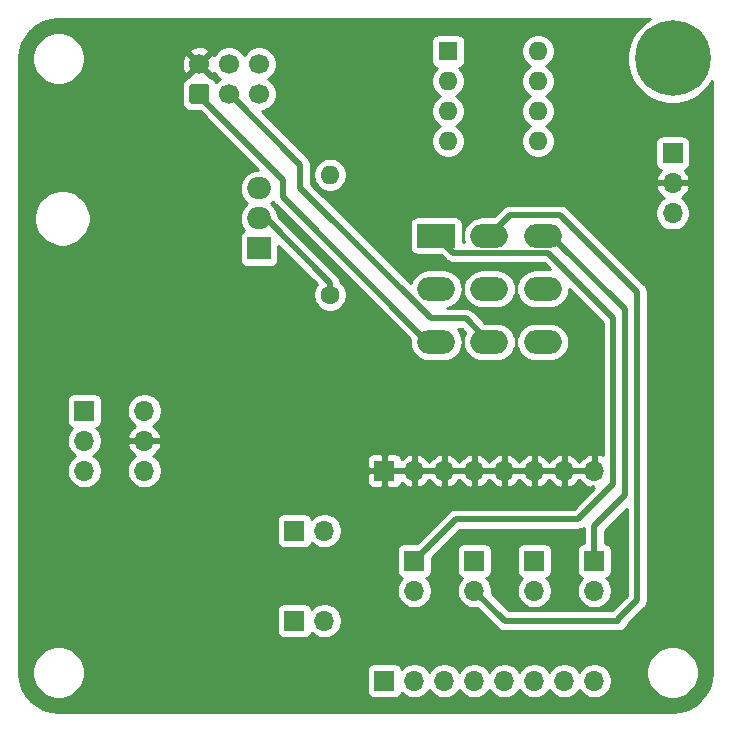
<source format=gbr>
%TF.GenerationSoftware,KiCad,Pcbnew,(5.1.8-0-10_14)*%
%TF.CreationDate,2020-12-10T20:15:51+01:00*%
%TF.ProjectId,tiny-12V-programmer,74696e79-2d31-4325-962d-70726f677261,rev?*%
%TF.SameCoordinates,Original*%
%TF.FileFunction,Copper,L2,Bot*%
%TF.FilePolarity,Positive*%
%FSLAX46Y46*%
G04 Gerber Fmt 4.6, Leading zero omitted, Abs format (unit mm)*
G04 Created by KiCad (PCBNEW (5.1.8-0-10_14)) date 2020-12-10 20:15:51*
%MOMM*%
%LPD*%
G01*
G04 APERTURE LIST*
%TA.AperFunction,ComponentPad*%
%ADD10O,1.700000X1.700000*%
%TD*%
%TA.AperFunction,ComponentPad*%
%ADD11R,1.700000X1.700000*%
%TD*%
%TA.AperFunction,ComponentPad*%
%ADD12C,6.400000*%
%TD*%
%TA.AperFunction,ComponentPad*%
%ADD13O,1.600000X1.600000*%
%TD*%
%TA.AperFunction,ComponentPad*%
%ADD14R,1.600000X1.600000*%
%TD*%
%TA.AperFunction,ComponentPad*%
%ADD15O,3.200000X2.000000*%
%TD*%
%TA.AperFunction,ComponentPad*%
%ADD16R,3.200000X2.000000*%
%TD*%
%TA.AperFunction,ComponentPad*%
%ADD17C,1.600000*%
%TD*%
%TA.AperFunction,ComponentPad*%
%ADD18O,2.000000X1.905000*%
%TD*%
%TA.AperFunction,ComponentPad*%
%ADD19R,2.000000X1.905000*%
%TD*%
%TA.AperFunction,ComponentPad*%
%ADD20C,1.700000*%
%TD*%
%TA.AperFunction,ViaPad*%
%ADD21C,0.800000*%
%TD*%
%TA.AperFunction,Conductor*%
%ADD22C,0.500000*%
%TD*%
%TA.AperFunction,Conductor*%
%ADD23C,0.254000*%
%TD*%
%TA.AperFunction,Conductor*%
%ADD24C,0.100000*%
%TD*%
G04 APERTURE END LIST*
D10*
%TO.P,J8,3*%
%TO.N,+12V*%
X126000000Y-67080000D03*
%TO.P,J8,2*%
%TO.N,+5V*%
X126000000Y-64540000D03*
D11*
%TO.P,J8,1*%
%TO.N,GND*%
X126000000Y-62000000D03*
%TD*%
D12*
%TO.P,H1,1*%
%TO.N,GND*%
X126000000Y-54000000D03*
%TD*%
D10*
%TO.P,U2,6*%
%TO.N,Net-(SW2-Pad8)*%
X81280000Y-83820000D03*
%TO.P,U2,4*%
%TO.N,Net-(J6-Pad1)*%
X81280000Y-88900000D03*
%TO.P,U2,5*%
%TO.N,+5V*%
X81280000Y-86360000D03*
%TO.P,U2,3*%
%TO.N,Net-(SW2-Pad5)*%
X76200000Y-88900000D03*
D11*
%TO.P,U2,1*%
%TO.N,Net-(SW2-Pad2)*%
X76200000Y-83820000D03*
D10*
%TO.P,U2,2*%
%TO.N,GND*%
X76200000Y-86360000D03*
%TD*%
D13*
%TO.P,U1,8*%
%TO.N,+12V*%
X114620000Y-53380000D03*
%TO.P,U1,4*%
%TO.N,Net-(U1-Pad4)*%
X107000000Y-61000000D03*
%TO.P,U1,7*%
%TO.N,Net-(U1-Pad7)*%
X114620000Y-55920000D03*
%TO.P,U1,3*%
%TO.N,Net-(J4-Pad5)*%
X107000000Y-58460000D03*
%TO.P,U1,6*%
%TO.N,Net-(Q1-Pad1)*%
X114620000Y-58460000D03*
%TO.P,U1,2*%
%TO.N,Net-(R1-Pad2)*%
X107000000Y-55920000D03*
%TO.P,U1,5*%
%TO.N,GND*%
X114620000Y-61000000D03*
D14*
%TO.P,U1,1*%
%TO.N,Net-(U1-Pad1)*%
X107000000Y-53380000D03*
%TD*%
D15*
%TO.P,SW2,4*%
%TO.N,Net-(J5-Pad1)*%
X110500000Y-69000000D03*
D16*
%TO.P,SW2,1*%
%TO.N,Net-(J3-Pad1)*%
X106000000Y-69000000D03*
D15*
%TO.P,SW2,7*%
%TO.N,Net-(J7-Pad1)*%
X115000000Y-69000000D03*
%TO.P,SW2,2*%
%TO.N,Net-(SW2-Pad2)*%
X106000000Y-73500000D03*
%TO.P,SW2,5*%
%TO.N,Net-(SW2-Pad5)*%
X110500000Y-73500000D03*
%TO.P,SW2,8*%
%TO.N,Net-(SW2-Pad8)*%
X115000000Y-73500000D03*
%TO.P,SW2,3*%
%TO.N,Net-(J4-Pad1)*%
X106000000Y-78000000D03*
%TO.P,SW2,9*%
%TO.N,Net-(Q1-Pad2)*%
X115000000Y-78000000D03*
%TO.P,SW2,6*%
%TO.N,Net-(J4-Pad3)*%
X110500000Y-78000000D03*
%TD*%
D13*
%TO.P,R3,2*%
%TO.N,GND*%
X97000000Y-63840000D03*
D17*
%TO.P,R3,1*%
%TO.N,Net-(Q1-Pad2)*%
X97000000Y-74000000D03*
%TD*%
D18*
%TO.P,Q1,3*%
%TO.N,+12V*%
X91000000Y-65000000D03*
%TO.P,Q1,2*%
%TO.N,Net-(Q1-Pad2)*%
X91000000Y-67540000D03*
D19*
%TO.P,Q1,1*%
%TO.N,Net-(Q1-Pad1)*%
X91000000Y-70080000D03*
%TD*%
D10*
%TO.P,J10,8*%
%TO.N,GND*%
X119380000Y-106680000D03*
%TO.P,J10,7*%
X116840000Y-106680000D03*
%TO.P,J10,6*%
X114300000Y-106680000D03*
%TO.P,J10,5*%
X111760000Y-106680000D03*
%TO.P,J10,4*%
X109220000Y-106680000D03*
%TO.P,J10,3*%
X106680000Y-106680000D03*
%TO.P,J10,2*%
X104140000Y-106680000D03*
D11*
%TO.P,J10,1*%
X101600000Y-106680000D03*
%TD*%
D10*
%TO.P,J9,8*%
%TO.N,+5V*%
X119380000Y-88900000D03*
%TO.P,J9,7*%
X116840000Y-88900000D03*
%TO.P,J9,6*%
X114300000Y-88900000D03*
%TO.P,J9,5*%
X111760000Y-88900000D03*
%TO.P,J9,4*%
X109220000Y-88900000D03*
%TO.P,J9,3*%
X106680000Y-88900000D03*
%TO.P,J9,2*%
X104140000Y-88900000D03*
D11*
%TO.P,J9,1*%
X101600000Y-88900000D03*
%TD*%
D10*
%TO.P,J7,2*%
%TO.N,Net-(J7-Pad1)*%
X119380000Y-99060000D03*
D11*
%TO.P,J7,1*%
X119380000Y-96520000D03*
%TD*%
D10*
%TO.P,J6,2*%
%TO.N,Net-(J6-Pad1)*%
X114300000Y-99060000D03*
D11*
%TO.P,J6,1*%
X114300000Y-96520000D03*
%TD*%
D10*
%TO.P,J5,2*%
%TO.N,Net-(J5-Pad1)*%
X109220000Y-99060000D03*
D11*
%TO.P,J5,1*%
X109220000Y-96520000D03*
%TD*%
D20*
%TO.P,J4,6*%
%TO.N,GND*%
X91000000Y-54460000D03*
%TO.P,J4,4*%
%TO.N,Net-(J4-Pad4)*%
X88460000Y-54460000D03*
%TO.P,J4,2*%
%TO.N,+5V*%
X85920000Y-54460000D03*
%TO.P,J4,5*%
%TO.N,Net-(J4-Pad5)*%
X91000000Y-57000000D03*
%TO.P,J4,3*%
%TO.N,Net-(J4-Pad3)*%
X88460000Y-57000000D03*
%TO.P,J4,1*%
%TO.N,Net-(J4-Pad1)*%
%TA.AperFunction,ComponentPad*%
G36*
G01*
X86520000Y-57850000D02*
X85320000Y-57850000D01*
G75*
G02*
X85070000Y-57600000I0J250000D01*
G01*
X85070000Y-56400000D01*
G75*
G02*
X85320000Y-56150000I250000J0D01*
G01*
X86520000Y-56150000D01*
G75*
G02*
X86770000Y-56400000I0J-250000D01*
G01*
X86770000Y-57600000D01*
G75*
G02*
X86520000Y-57850000I-250000J0D01*
G01*
G37*
%TD.AperFunction*%
%TD*%
D10*
%TO.P,J3,2*%
%TO.N,Net-(J3-Pad1)*%
X104140000Y-99060000D03*
D11*
%TO.P,J3,1*%
X104140000Y-96520000D03*
%TD*%
D10*
%TO.P,J2,2*%
%TO.N,Net-(J2-Pad1)*%
X96520000Y-93980000D03*
D11*
%TO.P,J2,1*%
X93980000Y-93980000D03*
%TD*%
D10*
%TO.P,J1,2*%
%TO.N,Net-(J1-Pad1)*%
X96520000Y-101600000D03*
D11*
%TO.P,J1,1*%
X93980000Y-101600000D03*
%TD*%
D21*
%TO.N,+5V*%
X103000000Y-52000000D03*
X103000000Y-63000000D03*
%TD*%
D22*
%TO.N,Net-(J3-Pad1)*%
X115450010Y-70450010D02*
X107450010Y-70450010D01*
X104140000Y-96520000D02*
X107660000Y-93000000D01*
X121000000Y-90000000D02*
X121000000Y-76000000D01*
X118000000Y-93000000D02*
X121000000Y-90000000D01*
X121000000Y-76000000D02*
X115450010Y-70450010D01*
X107450010Y-70450010D02*
X106000000Y-69000000D01*
X107660000Y-93000000D02*
X118000000Y-93000000D01*
%TO.N,Net-(J4-Pad3)*%
X94500000Y-63000000D02*
X88500000Y-57000000D01*
X94500000Y-64970001D02*
X94500000Y-63000000D01*
X108500000Y-76000000D02*
X105529999Y-76000000D01*
X88500000Y-57000000D02*
X88460000Y-57000000D01*
X105529999Y-76000000D02*
X94500000Y-64970001D01*
X110500000Y-78000000D02*
X108500000Y-76000000D01*
%TO.N,Net-(J4-Pad1)*%
X85920000Y-57170000D02*
X85920000Y-57000000D01*
X93000000Y-64250000D02*
X85920000Y-57170000D01*
X93000000Y-65750000D02*
X93000000Y-64250000D01*
X105250000Y-78000000D02*
X93000000Y-65750000D01*
X106000000Y-78000000D02*
X105250000Y-78000000D01*
%TO.N,Net-(J5-Pad1)*%
X123000000Y-73750000D02*
X123000000Y-99864964D01*
X116500000Y-67250000D02*
X123000000Y-73750000D01*
X111779988Y-101619988D02*
X109220000Y-99060000D01*
X123000000Y-99864964D02*
X121380012Y-101484952D01*
X121380012Y-101619988D02*
X111779988Y-101619988D01*
X121380012Y-101484952D02*
X121380012Y-101619988D01*
X112250000Y-67250000D02*
X116500000Y-67250000D01*
X110500000Y-69000000D02*
X112250000Y-67250000D01*
%TO.N,Net-(J7-Pad1)*%
X119380000Y-93609964D02*
X119380000Y-96520000D01*
X115750000Y-69000000D02*
X122000000Y-75250000D01*
X122000000Y-90989964D02*
X119380000Y-93609964D01*
X122000000Y-75250000D02*
X122000000Y-90989964D01*
X115000000Y-69000000D02*
X115750000Y-69000000D01*
%TO.N,Net-(Q1-Pad2)*%
X97000000Y-73000000D02*
X97000000Y-74000000D01*
X91540000Y-67540000D02*
X97000000Y-73000000D01*
X91000000Y-67540000D02*
X91540000Y-67540000D01*
%TD*%
D23*
%TO.N,+5V*%
X123555330Y-51021161D02*
X123021161Y-51555330D01*
X122601467Y-52183446D01*
X122312377Y-52881372D01*
X122165000Y-53622285D01*
X122165000Y-54377715D01*
X122312377Y-55118628D01*
X122601467Y-55816554D01*
X123021161Y-56444670D01*
X123555330Y-56978839D01*
X124183446Y-57398533D01*
X124881372Y-57687623D01*
X125622285Y-57835000D01*
X126377715Y-57835000D01*
X127118628Y-57687623D01*
X127816554Y-57398533D01*
X128444670Y-56978839D01*
X128978839Y-56444670D01*
X129340001Y-55904153D01*
X129340000Y-105967721D01*
X129273286Y-106648126D01*
X129085057Y-107271570D01*
X128779323Y-107846573D01*
X128367721Y-108351248D01*
X127865933Y-108766362D01*
X127293077Y-109076104D01*
X126670961Y-109268682D01*
X125992417Y-109340000D01*
X74032279Y-109340000D01*
X73351874Y-109273286D01*
X72728430Y-109085057D01*
X72153427Y-108779323D01*
X71648752Y-108367721D01*
X71233638Y-107865933D01*
X70923896Y-107293077D01*
X70731318Y-106670961D01*
X70660000Y-105992417D01*
X70660000Y-105779872D01*
X71765000Y-105779872D01*
X71765000Y-106220128D01*
X71850890Y-106651925D01*
X72019369Y-107058669D01*
X72263962Y-107424729D01*
X72575271Y-107736038D01*
X72941331Y-107980631D01*
X73348075Y-108149110D01*
X73779872Y-108235000D01*
X74220128Y-108235000D01*
X74651925Y-108149110D01*
X75058669Y-107980631D01*
X75424729Y-107736038D01*
X75736038Y-107424729D01*
X75980631Y-107058669D01*
X76149110Y-106651925D01*
X76235000Y-106220128D01*
X76235000Y-105830000D01*
X100111928Y-105830000D01*
X100111928Y-107530000D01*
X100124188Y-107654482D01*
X100160498Y-107774180D01*
X100219463Y-107884494D01*
X100298815Y-107981185D01*
X100395506Y-108060537D01*
X100505820Y-108119502D01*
X100625518Y-108155812D01*
X100750000Y-108168072D01*
X102450000Y-108168072D01*
X102574482Y-108155812D01*
X102694180Y-108119502D01*
X102804494Y-108060537D01*
X102901185Y-107981185D01*
X102980537Y-107884494D01*
X103039502Y-107774180D01*
X103061513Y-107701620D01*
X103193368Y-107833475D01*
X103436589Y-107995990D01*
X103706842Y-108107932D01*
X103993740Y-108165000D01*
X104286260Y-108165000D01*
X104573158Y-108107932D01*
X104843411Y-107995990D01*
X105086632Y-107833475D01*
X105293475Y-107626632D01*
X105410000Y-107452240D01*
X105526525Y-107626632D01*
X105733368Y-107833475D01*
X105976589Y-107995990D01*
X106246842Y-108107932D01*
X106533740Y-108165000D01*
X106826260Y-108165000D01*
X107113158Y-108107932D01*
X107383411Y-107995990D01*
X107626632Y-107833475D01*
X107833475Y-107626632D01*
X107950000Y-107452240D01*
X108066525Y-107626632D01*
X108273368Y-107833475D01*
X108516589Y-107995990D01*
X108786842Y-108107932D01*
X109073740Y-108165000D01*
X109366260Y-108165000D01*
X109653158Y-108107932D01*
X109923411Y-107995990D01*
X110166632Y-107833475D01*
X110373475Y-107626632D01*
X110490000Y-107452240D01*
X110606525Y-107626632D01*
X110813368Y-107833475D01*
X111056589Y-107995990D01*
X111326842Y-108107932D01*
X111613740Y-108165000D01*
X111906260Y-108165000D01*
X112193158Y-108107932D01*
X112463411Y-107995990D01*
X112706632Y-107833475D01*
X112913475Y-107626632D01*
X113030000Y-107452240D01*
X113146525Y-107626632D01*
X113353368Y-107833475D01*
X113596589Y-107995990D01*
X113866842Y-108107932D01*
X114153740Y-108165000D01*
X114446260Y-108165000D01*
X114733158Y-108107932D01*
X115003411Y-107995990D01*
X115246632Y-107833475D01*
X115453475Y-107626632D01*
X115570000Y-107452240D01*
X115686525Y-107626632D01*
X115893368Y-107833475D01*
X116136589Y-107995990D01*
X116406842Y-108107932D01*
X116693740Y-108165000D01*
X116986260Y-108165000D01*
X117273158Y-108107932D01*
X117543411Y-107995990D01*
X117786632Y-107833475D01*
X117993475Y-107626632D01*
X118110000Y-107452240D01*
X118226525Y-107626632D01*
X118433368Y-107833475D01*
X118676589Y-107995990D01*
X118946842Y-108107932D01*
X119233740Y-108165000D01*
X119526260Y-108165000D01*
X119813158Y-108107932D01*
X120083411Y-107995990D01*
X120326632Y-107833475D01*
X120533475Y-107626632D01*
X120695990Y-107383411D01*
X120807932Y-107113158D01*
X120865000Y-106826260D01*
X120865000Y-106533740D01*
X120807932Y-106246842D01*
X120695990Y-105976589D01*
X120564548Y-105779872D01*
X123765000Y-105779872D01*
X123765000Y-106220128D01*
X123850890Y-106651925D01*
X124019369Y-107058669D01*
X124263962Y-107424729D01*
X124575271Y-107736038D01*
X124941331Y-107980631D01*
X125348075Y-108149110D01*
X125779872Y-108235000D01*
X126220128Y-108235000D01*
X126651925Y-108149110D01*
X127058669Y-107980631D01*
X127424729Y-107736038D01*
X127736038Y-107424729D01*
X127980631Y-107058669D01*
X128149110Y-106651925D01*
X128235000Y-106220128D01*
X128235000Y-105779872D01*
X128149110Y-105348075D01*
X127980631Y-104941331D01*
X127736038Y-104575271D01*
X127424729Y-104263962D01*
X127058669Y-104019369D01*
X126651925Y-103850890D01*
X126220128Y-103765000D01*
X125779872Y-103765000D01*
X125348075Y-103850890D01*
X124941331Y-104019369D01*
X124575271Y-104263962D01*
X124263962Y-104575271D01*
X124019369Y-104941331D01*
X123850890Y-105348075D01*
X123765000Y-105779872D01*
X120564548Y-105779872D01*
X120533475Y-105733368D01*
X120326632Y-105526525D01*
X120083411Y-105364010D01*
X119813158Y-105252068D01*
X119526260Y-105195000D01*
X119233740Y-105195000D01*
X118946842Y-105252068D01*
X118676589Y-105364010D01*
X118433368Y-105526525D01*
X118226525Y-105733368D01*
X118110000Y-105907760D01*
X117993475Y-105733368D01*
X117786632Y-105526525D01*
X117543411Y-105364010D01*
X117273158Y-105252068D01*
X116986260Y-105195000D01*
X116693740Y-105195000D01*
X116406842Y-105252068D01*
X116136589Y-105364010D01*
X115893368Y-105526525D01*
X115686525Y-105733368D01*
X115570000Y-105907760D01*
X115453475Y-105733368D01*
X115246632Y-105526525D01*
X115003411Y-105364010D01*
X114733158Y-105252068D01*
X114446260Y-105195000D01*
X114153740Y-105195000D01*
X113866842Y-105252068D01*
X113596589Y-105364010D01*
X113353368Y-105526525D01*
X113146525Y-105733368D01*
X113030000Y-105907760D01*
X112913475Y-105733368D01*
X112706632Y-105526525D01*
X112463411Y-105364010D01*
X112193158Y-105252068D01*
X111906260Y-105195000D01*
X111613740Y-105195000D01*
X111326842Y-105252068D01*
X111056589Y-105364010D01*
X110813368Y-105526525D01*
X110606525Y-105733368D01*
X110490000Y-105907760D01*
X110373475Y-105733368D01*
X110166632Y-105526525D01*
X109923411Y-105364010D01*
X109653158Y-105252068D01*
X109366260Y-105195000D01*
X109073740Y-105195000D01*
X108786842Y-105252068D01*
X108516589Y-105364010D01*
X108273368Y-105526525D01*
X108066525Y-105733368D01*
X107950000Y-105907760D01*
X107833475Y-105733368D01*
X107626632Y-105526525D01*
X107383411Y-105364010D01*
X107113158Y-105252068D01*
X106826260Y-105195000D01*
X106533740Y-105195000D01*
X106246842Y-105252068D01*
X105976589Y-105364010D01*
X105733368Y-105526525D01*
X105526525Y-105733368D01*
X105410000Y-105907760D01*
X105293475Y-105733368D01*
X105086632Y-105526525D01*
X104843411Y-105364010D01*
X104573158Y-105252068D01*
X104286260Y-105195000D01*
X103993740Y-105195000D01*
X103706842Y-105252068D01*
X103436589Y-105364010D01*
X103193368Y-105526525D01*
X103061513Y-105658380D01*
X103039502Y-105585820D01*
X102980537Y-105475506D01*
X102901185Y-105378815D01*
X102804494Y-105299463D01*
X102694180Y-105240498D01*
X102574482Y-105204188D01*
X102450000Y-105191928D01*
X100750000Y-105191928D01*
X100625518Y-105204188D01*
X100505820Y-105240498D01*
X100395506Y-105299463D01*
X100298815Y-105378815D01*
X100219463Y-105475506D01*
X100160498Y-105585820D01*
X100124188Y-105705518D01*
X100111928Y-105830000D01*
X76235000Y-105830000D01*
X76235000Y-105779872D01*
X76149110Y-105348075D01*
X75980631Y-104941331D01*
X75736038Y-104575271D01*
X75424729Y-104263962D01*
X75058669Y-104019369D01*
X74651925Y-103850890D01*
X74220128Y-103765000D01*
X73779872Y-103765000D01*
X73348075Y-103850890D01*
X72941331Y-104019369D01*
X72575271Y-104263962D01*
X72263962Y-104575271D01*
X72019369Y-104941331D01*
X71850890Y-105348075D01*
X71765000Y-105779872D01*
X70660000Y-105779872D01*
X70660000Y-100750000D01*
X92491928Y-100750000D01*
X92491928Y-102450000D01*
X92504188Y-102574482D01*
X92540498Y-102694180D01*
X92599463Y-102804494D01*
X92678815Y-102901185D01*
X92775506Y-102980537D01*
X92885820Y-103039502D01*
X93005518Y-103075812D01*
X93130000Y-103088072D01*
X94830000Y-103088072D01*
X94954482Y-103075812D01*
X95074180Y-103039502D01*
X95184494Y-102980537D01*
X95281185Y-102901185D01*
X95360537Y-102804494D01*
X95419502Y-102694180D01*
X95441513Y-102621620D01*
X95573368Y-102753475D01*
X95816589Y-102915990D01*
X96086842Y-103027932D01*
X96373740Y-103085000D01*
X96666260Y-103085000D01*
X96953158Y-103027932D01*
X97223411Y-102915990D01*
X97466632Y-102753475D01*
X97673475Y-102546632D01*
X97835990Y-102303411D01*
X97947932Y-102033158D01*
X98005000Y-101746260D01*
X98005000Y-101453740D01*
X97947932Y-101166842D01*
X97835990Y-100896589D01*
X97673475Y-100653368D01*
X97466632Y-100446525D01*
X97223411Y-100284010D01*
X96953158Y-100172068D01*
X96666260Y-100115000D01*
X96373740Y-100115000D01*
X96086842Y-100172068D01*
X95816589Y-100284010D01*
X95573368Y-100446525D01*
X95441513Y-100578380D01*
X95419502Y-100505820D01*
X95360537Y-100395506D01*
X95281185Y-100298815D01*
X95184494Y-100219463D01*
X95074180Y-100160498D01*
X94954482Y-100124188D01*
X94830000Y-100111928D01*
X93130000Y-100111928D01*
X93005518Y-100124188D01*
X92885820Y-100160498D01*
X92775506Y-100219463D01*
X92678815Y-100298815D01*
X92599463Y-100395506D01*
X92540498Y-100505820D01*
X92504188Y-100625518D01*
X92491928Y-100750000D01*
X70660000Y-100750000D01*
X70660000Y-95670000D01*
X102651928Y-95670000D01*
X102651928Y-97370000D01*
X102664188Y-97494482D01*
X102700498Y-97614180D01*
X102759463Y-97724494D01*
X102838815Y-97821185D01*
X102935506Y-97900537D01*
X103045820Y-97959502D01*
X103118380Y-97981513D01*
X102986525Y-98113368D01*
X102824010Y-98356589D01*
X102712068Y-98626842D01*
X102655000Y-98913740D01*
X102655000Y-99206260D01*
X102712068Y-99493158D01*
X102824010Y-99763411D01*
X102986525Y-100006632D01*
X103193368Y-100213475D01*
X103436589Y-100375990D01*
X103706842Y-100487932D01*
X103993740Y-100545000D01*
X104286260Y-100545000D01*
X104573158Y-100487932D01*
X104843411Y-100375990D01*
X105086632Y-100213475D01*
X105293475Y-100006632D01*
X105455990Y-99763411D01*
X105567932Y-99493158D01*
X105625000Y-99206260D01*
X105625000Y-98913740D01*
X105567932Y-98626842D01*
X105455990Y-98356589D01*
X105293475Y-98113368D01*
X105161620Y-97981513D01*
X105234180Y-97959502D01*
X105344494Y-97900537D01*
X105441185Y-97821185D01*
X105520537Y-97724494D01*
X105579502Y-97614180D01*
X105615812Y-97494482D01*
X105628072Y-97370000D01*
X105628072Y-96283506D01*
X108026579Y-93885000D01*
X117956531Y-93885000D01*
X118000000Y-93889281D01*
X118043469Y-93885000D01*
X118043477Y-93885000D01*
X118173490Y-93872195D01*
X118340313Y-93821589D01*
X118494059Y-93739411D01*
X118495000Y-93738639D01*
X118495000Y-95035375D01*
X118405518Y-95044188D01*
X118285820Y-95080498D01*
X118175506Y-95139463D01*
X118078815Y-95218815D01*
X117999463Y-95315506D01*
X117940498Y-95425820D01*
X117904188Y-95545518D01*
X117891928Y-95670000D01*
X117891928Y-97370000D01*
X117904188Y-97494482D01*
X117940498Y-97614180D01*
X117999463Y-97724494D01*
X118078815Y-97821185D01*
X118175506Y-97900537D01*
X118285820Y-97959502D01*
X118358380Y-97981513D01*
X118226525Y-98113368D01*
X118064010Y-98356589D01*
X117952068Y-98626842D01*
X117895000Y-98913740D01*
X117895000Y-99206260D01*
X117952068Y-99493158D01*
X118064010Y-99763411D01*
X118226525Y-100006632D01*
X118433368Y-100213475D01*
X118676589Y-100375990D01*
X118946842Y-100487932D01*
X119233740Y-100545000D01*
X119526260Y-100545000D01*
X119813158Y-100487932D01*
X120083411Y-100375990D01*
X120326632Y-100213475D01*
X120533475Y-100006632D01*
X120695990Y-99763411D01*
X120807932Y-99493158D01*
X120865000Y-99206260D01*
X120865000Y-98913740D01*
X120807932Y-98626842D01*
X120695990Y-98356589D01*
X120533475Y-98113368D01*
X120401620Y-97981513D01*
X120474180Y-97959502D01*
X120584494Y-97900537D01*
X120681185Y-97821185D01*
X120760537Y-97724494D01*
X120819502Y-97614180D01*
X120855812Y-97494482D01*
X120868072Y-97370000D01*
X120868072Y-95670000D01*
X120855812Y-95545518D01*
X120819502Y-95425820D01*
X120760537Y-95315506D01*
X120681185Y-95218815D01*
X120584494Y-95139463D01*
X120474180Y-95080498D01*
X120354482Y-95044188D01*
X120265000Y-95035375D01*
X120265000Y-93976542D01*
X122115001Y-92126542D01*
X122115001Y-99498384D01*
X120878398Y-100734988D01*
X112146567Y-100734988D01*
X110690539Y-99278961D01*
X110705000Y-99206260D01*
X110705000Y-98913740D01*
X110647932Y-98626842D01*
X110535990Y-98356589D01*
X110373475Y-98113368D01*
X110241620Y-97981513D01*
X110314180Y-97959502D01*
X110424494Y-97900537D01*
X110521185Y-97821185D01*
X110600537Y-97724494D01*
X110659502Y-97614180D01*
X110695812Y-97494482D01*
X110708072Y-97370000D01*
X110708072Y-95670000D01*
X112811928Y-95670000D01*
X112811928Y-97370000D01*
X112824188Y-97494482D01*
X112860498Y-97614180D01*
X112919463Y-97724494D01*
X112998815Y-97821185D01*
X113095506Y-97900537D01*
X113205820Y-97959502D01*
X113278380Y-97981513D01*
X113146525Y-98113368D01*
X112984010Y-98356589D01*
X112872068Y-98626842D01*
X112815000Y-98913740D01*
X112815000Y-99206260D01*
X112872068Y-99493158D01*
X112984010Y-99763411D01*
X113146525Y-100006632D01*
X113353368Y-100213475D01*
X113596589Y-100375990D01*
X113866842Y-100487932D01*
X114153740Y-100545000D01*
X114446260Y-100545000D01*
X114733158Y-100487932D01*
X115003411Y-100375990D01*
X115246632Y-100213475D01*
X115453475Y-100006632D01*
X115615990Y-99763411D01*
X115727932Y-99493158D01*
X115785000Y-99206260D01*
X115785000Y-98913740D01*
X115727932Y-98626842D01*
X115615990Y-98356589D01*
X115453475Y-98113368D01*
X115321620Y-97981513D01*
X115394180Y-97959502D01*
X115504494Y-97900537D01*
X115601185Y-97821185D01*
X115680537Y-97724494D01*
X115739502Y-97614180D01*
X115775812Y-97494482D01*
X115788072Y-97370000D01*
X115788072Y-95670000D01*
X115775812Y-95545518D01*
X115739502Y-95425820D01*
X115680537Y-95315506D01*
X115601185Y-95218815D01*
X115504494Y-95139463D01*
X115394180Y-95080498D01*
X115274482Y-95044188D01*
X115150000Y-95031928D01*
X113450000Y-95031928D01*
X113325518Y-95044188D01*
X113205820Y-95080498D01*
X113095506Y-95139463D01*
X112998815Y-95218815D01*
X112919463Y-95315506D01*
X112860498Y-95425820D01*
X112824188Y-95545518D01*
X112811928Y-95670000D01*
X110708072Y-95670000D01*
X110695812Y-95545518D01*
X110659502Y-95425820D01*
X110600537Y-95315506D01*
X110521185Y-95218815D01*
X110424494Y-95139463D01*
X110314180Y-95080498D01*
X110194482Y-95044188D01*
X110070000Y-95031928D01*
X108370000Y-95031928D01*
X108245518Y-95044188D01*
X108125820Y-95080498D01*
X108015506Y-95139463D01*
X107918815Y-95218815D01*
X107839463Y-95315506D01*
X107780498Y-95425820D01*
X107744188Y-95545518D01*
X107731928Y-95670000D01*
X107731928Y-97370000D01*
X107744188Y-97494482D01*
X107780498Y-97614180D01*
X107839463Y-97724494D01*
X107918815Y-97821185D01*
X108015506Y-97900537D01*
X108125820Y-97959502D01*
X108198380Y-97981513D01*
X108066525Y-98113368D01*
X107904010Y-98356589D01*
X107792068Y-98626842D01*
X107735000Y-98913740D01*
X107735000Y-99206260D01*
X107792068Y-99493158D01*
X107904010Y-99763411D01*
X108066525Y-100006632D01*
X108273368Y-100213475D01*
X108516589Y-100375990D01*
X108786842Y-100487932D01*
X109073740Y-100545000D01*
X109366260Y-100545000D01*
X109438961Y-100530539D01*
X111123458Y-102215037D01*
X111151171Y-102248805D01*
X111184939Y-102276518D01*
X111184941Y-102276520D01*
X111283185Y-102357147D01*
X111285929Y-102359399D01*
X111439675Y-102441577D01*
X111606498Y-102492183D01*
X111736511Y-102504988D01*
X111736519Y-102504988D01*
X111779988Y-102509269D01*
X111823457Y-102504988D01*
X121336536Y-102504988D01*
X121380012Y-102509270D01*
X121553502Y-102492183D01*
X121720325Y-102441577D01*
X121874071Y-102359399D01*
X122008829Y-102248805D01*
X122119423Y-102114047D01*
X122119572Y-102113769D01*
X122201601Y-101960301D01*
X122221353Y-101895189D01*
X123595049Y-100521494D01*
X123628817Y-100493781D01*
X123667600Y-100446525D01*
X123739410Y-100359024D01*
X123771592Y-100298815D01*
X123821589Y-100205277D01*
X123872195Y-100038454D01*
X123885000Y-99908441D01*
X123885000Y-99908434D01*
X123889281Y-99864965D01*
X123885000Y-99821496D01*
X123885000Y-73793465D01*
X123889281Y-73749999D01*
X123885000Y-73706533D01*
X123885000Y-73706523D01*
X123872195Y-73576510D01*
X123821589Y-73409687D01*
X123739411Y-73255941D01*
X123628817Y-73121183D01*
X123595051Y-73093472D01*
X117435319Y-66933740D01*
X124515000Y-66933740D01*
X124515000Y-67226260D01*
X124572068Y-67513158D01*
X124684010Y-67783411D01*
X124846525Y-68026632D01*
X125053368Y-68233475D01*
X125296589Y-68395990D01*
X125566842Y-68507932D01*
X125853740Y-68565000D01*
X126146260Y-68565000D01*
X126433158Y-68507932D01*
X126703411Y-68395990D01*
X126946632Y-68233475D01*
X127153475Y-68026632D01*
X127315990Y-67783411D01*
X127427932Y-67513158D01*
X127485000Y-67226260D01*
X127485000Y-66933740D01*
X127427932Y-66646842D01*
X127315990Y-66376589D01*
X127153475Y-66133368D01*
X126946632Y-65926525D01*
X126764466Y-65804805D01*
X126881355Y-65735178D01*
X127097588Y-65540269D01*
X127271641Y-65306920D01*
X127396825Y-65044099D01*
X127441476Y-64896890D01*
X127320155Y-64667000D01*
X126127000Y-64667000D01*
X126127000Y-64687000D01*
X125873000Y-64687000D01*
X125873000Y-64667000D01*
X124679845Y-64667000D01*
X124558524Y-64896890D01*
X124603175Y-65044099D01*
X124728359Y-65306920D01*
X124902412Y-65540269D01*
X125118645Y-65735178D01*
X125235534Y-65804805D01*
X125053368Y-65926525D01*
X124846525Y-66133368D01*
X124684010Y-66376589D01*
X124572068Y-66646842D01*
X124515000Y-66933740D01*
X117435319Y-66933740D01*
X117156534Y-66654956D01*
X117128817Y-66621183D01*
X116994059Y-66510589D01*
X116840313Y-66428411D01*
X116673490Y-66377805D01*
X116543477Y-66365000D01*
X116543469Y-66365000D01*
X116500000Y-66360719D01*
X116456531Y-66365000D01*
X112293469Y-66365000D01*
X112250000Y-66360719D01*
X112206531Y-66365000D01*
X112206523Y-66365000D01*
X112076510Y-66377805D01*
X111909687Y-66428411D01*
X111795563Y-66489411D01*
X111755941Y-66510589D01*
X111654953Y-66593468D01*
X111654951Y-66593470D01*
X111621183Y-66621183D01*
X111593470Y-66654951D01*
X110883421Y-67365000D01*
X109819678Y-67365000D01*
X109579484Y-67388657D01*
X109271285Y-67482148D01*
X108987248Y-67633969D01*
X108738286Y-67838286D01*
X108533969Y-68087248D01*
X108382148Y-68371285D01*
X108288657Y-68679484D01*
X108257089Y-69000000D01*
X108288657Y-69320516D01*
X108362823Y-69565010D01*
X108238072Y-69565010D01*
X108238072Y-68000000D01*
X108225812Y-67875518D01*
X108189502Y-67755820D01*
X108130537Y-67645506D01*
X108051185Y-67548815D01*
X107954494Y-67469463D01*
X107844180Y-67410498D01*
X107724482Y-67374188D01*
X107600000Y-67361928D01*
X104400000Y-67361928D01*
X104275518Y-67374188D01*
X104155820Y-67410498D01*
X104045506Y-67469463D01*
X103948815Y-67548815D01*
X103869463Y-67645506D01*
X103810498Y-67755820D01*
X103774188Y-67875518D01*
X103761928Y-68000000D01*
X103761928Y-70000000D01*
X103774188Y-70124482D01*
X103810498Y-70244180D01*
X103869463Y-70354494D01*
X103948815Y-70451185D01*
X104045506Y-70530537D01*
X104155820Y-70589502D01*
X104275518Y-70625812D01*
X104400000Y-70638072D01*
X106386493Y-70638072D01*
X106793480Y-71045059D01*
X106821193Y-71078827D01*
X106854961Y-71106540D01*
X106854963Y-71106542D01*
X106916424Y-71156982D01*
X106955951Y-71189421D01*
X107109697Y-71271599D01*
X107276520Y-71322205D01*
X107406533Y-71335010D01*
X107406541Y-71335010D01*
X107450010Y-71339291D01*
X107493479Y-71335010D01*
X115083432Y-71335010D01*
X115613422Y-71865000D01*
X114319678Y-71865000D01*
X114079484Y-71888657D01*
X113771285Y-71982148D01*
X113487248Y-72133969D01*
X113238286Y-72338286D01*
X113033969Y-72587248D01*
X112882148Y-72871285D01*
X112788657Y-73179484D01*
X112757089Y-73500000D01*
X112788657Y-73820516D01*
X112882148Y-74128715D01*
X113033969Y-74412752D01*
X113238286Y-74661714D01*
X113487248Y-74866031D01*
X113771285Y-75017852D01*
X114079484Y-75111343D01*
X114319678Y-75135000D01*
X115680322Y-75135000D01*
X115920516Y-75111343D01*
X116228715Y-75017852D01*
X116512752Y-74866031D01*
X116761714Y-74661714D01*
X116966031Y-74412752D01*
X117117852Y-74128715D01*
X117211343Y-73820516D01*
X117242911Y-73500000D01*
X117242309Y-73493887D01*
X120115001Y-76366580D01*
X120115000Y-87613155D01*
X119884099Y-87503175D01*
X119736890Y-87458524D01*
X119507000Y-87579845D01*
X119507000Y-88773000D01*
X119527000Y-88773000D01*
X119527000Y-89027000D01*
X119507000Y-89027000D01*
X119507000Y-89047000D01*
X119253000Y-89047000D01*
X119253000Y-89027000D01*
X116967000Y-89027000D01*
X116967000Y-90220155D01*
X117196890Y-90341476D01*
X117344099Y-90296825D01*
X117606920Y-90171641D01*
X117840269Y-89997588D01*
X118035178Y-89781355D01*
X118110000Y-89655745D01*
X118184822Y-89781355D01*
X118379731Y-89997588D01*
X118613080Y-90171641D01*
X118875901Y-90296825D01*
X119023110Y-90341476D01*
X119252998Y-90220156D01*
X119252998Y-90385000D01*
X119363421Y-90385000D01*
X117633422Y-92115000D01*
X107703469Y-92115000D01*
X107660000Y-92110719D01*
X107616531Y-92115000D01*
X107616523Y-92115000D01*
X107486510Y-92127805D01*
X107319687Y-92178411D01*
X107165941Y-92260589D01*
X107064953Y-92343468D01*
X107064951Y-92343470D01*
X107031183Y-92371183D01*
X107003470Y-92404951D01*
X104376494Y-95031928D01*
X103290000Y-95031928D01*
X103165518Y-95044188D01*
X103045820Y-95080498D01*
X102935506Y-95139463D01*
X102838815Y-95218815D01*
X102759463Y-95315506D01*
X102700498Y-95425820D01*
X102664188Y-95545518D01*
X102651928Y-95670000D01*
X70660000Y-95670000D01*
X70660000Y-93130000D01*
X92491928Y-93130000D01*
X92491928Y-94830000D01*
X92504188Y-94954482D01*
X92540498Y-95074180D01*
X92599463Y-95184494D01*
X92678815Y-95281185D01*
X92775506Y-95360537D01*
X92885820Y-95419502D01*
X93005518Y-95455812D01*
X93130000Y-95468072D01*
X94830000Y-95468072D01*
X94954482Y-95455812D01*
X95074180Y-95419502D01*
X95184494Y-95360537D01*
X95281185Y-95281185D01*
X95360537Y-95184494D01*
X95419502Y-95074180D01*
X95441513Y-95001620D01*
X95573368Y-95133475D01*
X95816589Y-95295990D01*
X96086842Y-95407932D01*
X96373740Y-95465000D01*
X96666260Y-95465000D01*
X96953158Y-95407932D01*
X97223411Y-95295990D01*
X97466632Y-95133475D01*
X97673475Y-94926632D01*
X97835990Y-94683411D01*
X97947932Y-94413158D01*
X98005000Y-94126260D01*
X98005000Y-93833740D01*
X97947932Y-93546842D01*
X97835990Y-93276589D01*
X97673475Y-93033368D01*
X97466632Y-92826525D01*
X97223411Y-92664010D01*
X96953158Y-92552068D01*
X96666260Y-92495000D01*
X96373740Y-92495000D01*
X96086842Y-92552068D01*
X95816589Y-92664010D01*
X95573368Y-92826525D01*
X95441513Y-92958380D01*
X95419502Y-92885820D01*
X95360537Y-92775506D01*
X95281185Y-92678815D01*
X95184494Y-92599463D01*
X95074180Y-92540498D01*
X94954482Y-92504188D01*
X94830000Y-92491928D01*
X93130000Y-92491928D01*
X93005518Y-92504188D01*
X92885820Y-92540498D01*
X92775506Y-92599463D01*
X92678815Y-92678815D01*
X92599463Y-92775506D01*
X92540498Y-92885820D01*
X92504188Y-93005518D01*
X92491928Y-93130000D01*
X70660000Y-93130000D01*
X70660000Y-82970000D01*
X74711928Y-82970000D01*
X74711928Y-84670000D01*
X74724188Y-84794482D01*
X74760498Y-84914180D01*
X74819463Y-85024494D01*
X74898815Y-85121185D01*
X74995506Y-85200537D01*
X75105820Y-85259502D01*
X75178380Y-85281513D01*
X75046525Y-85413368D01*
X74884010Y-85656589D01*
X74772068Y-85926842D01*
X74715000Y-86213740D01*
X74715000Y-86506260D01*
X74772068Y-86793158D01*
X74884010Y-87063411D01*
X75046525Y-87306632D01*
X75253368Y-87513475D01*
X75427760Y-87630000D01*
X75253368Y-87746525D01*
X75046525Y-87953368D01*
X74884010Y-88196589D01*
X74772068Y-88466842D01*
X74715000Y-88753740D01*
X74715000Y-89046260D01*
X74772068Y-89333158D01*
X74884010Y-89603411D01*
X75046525Y-89846632D01*
X75253368Y-90053475D01*
X75496589Y-90215990D01*
X75766842Y-90327932D01*
X76053740Y-90385000D01*
X76346260Y-90385000D01*
X76633158Y-90327932D01*
X76903411Y-90215990D01*
X77146632Y-90053475D01*
X77353475Y-89846632D01*
X77515990Y-89603411D01*
X77627932Y-89333158D01*
X77685000Y-89046260D01*
X77685000Y-88753740D01*
X79795000Y-88753740D01*
X79795000Y-89046260D01*
X79852068Y-89333158D01*
X79964010Y-89603411D01*
X80126525Y-89846632D01*
X80333368Y-90053475D01*
X80576589Y-90215990D01*
X80846842Y-90327932D01*
X81133740Y-90385000D01*
X81426260Y-90385000D01*
X81713158Y-90327932D01*
X81983411Y-90215990D01*
X82226632Y-90053475D01*
X82433475Y-89846632D01*
X82498042Y-89750000D01*
X100111928Y-89750000D01*
X100124188Y-89874482D01*
X100160498Y-89994180D01*
X100219463Y-90104494D01*
X100298815Y-90201185D01*
X100395506Y-90280537D01*
X100505820Y-90339502D01*
X100625518Y-90375812D01*
X100750000Y-90388072D01*
X101314250Y-90385000D01*
X101473000Y-90226250D01*
X101473000Y-89027000D01*
X101727000Y-89027000D01*
X101727000Y-90226250D01*
X101885750Y-90385000D01*
X102450000Y-90388072D01*
X102574482Y-90375812D01*
X102694180Y-90339502D01*
X102804494Y-90280537D01*
X102901185Y-90201185D01*
X102980537Y-90104494D01*
X103039502Y-89994180D01*
X103063966Y-89913534D01*
X103139731Y-89997588D01*
X103373080Y-90171641D01*
X103635901Y-90296825D01*
X103783110Y-90341476D01*
X104013000Y-90220155D01*
X104013000Y-89027000D01*
X104267000Y-89027000D01*
X104267000Y-90220155D01*
X104496890Y-90341476D01*
X104644099Y-90296825D01*
X104906920Y-90171641D01*
X105140269Y-89997588D01*
X105335178Y-89781355D01*
X105410000Y-89655745D01*
X105484822Y-89781355D01*
X105679731Y-89997588D01*
X105913080Y-90171641D01*
X106175901Y-90296825D01*
X106323110Y-90341476D01*
X106553000Y-90220155D01*
X106553000Y-89027000D01*
X106807000Y-89027000D01*
X106807000Y-90220155D01*
X107036890Y-90341476D01*
X107184099Y-90296825D01*
X107446920Y-90171641D01*
X107680269Y-89997588D01*
X107875178Y-89781355D01*
X107950000Y-89655745D01*
X108024822Y-89781355D01*
X108219731Y-89997588D01*
X108453080Y-90171641D01*
X108715901Y-90296825D01*
X108863110Y-90341476D01*
X109093000Y-90220155D01*
X109093000Y-89027000D01*
X109347000Y-89027000D01*
X109347000Y-90220155D01*
X109576890Y-90341476D01*
X109724099Y-90296825D01*
X109986920Y-90171641D01*
X110220269Y-89997588D01*
X110415178Y-89781355D01*
X110490000Y-89655745D01*
X110564822Y-89781355D01*
X110759731Y-89997588D01*
X110993080Y-90171641D01*
X111255901Y-90296825D01*
X111403110Y-90341476D01*
X111633000Y-90220155D01*
X111633000Y-89027000D01*
X111887000Y-89027000D01*
X111887000Y-90220155D01*
X112116890Y-90341476D01*
X112264099Y-90296825D01*
X112526920Y-90171641D01*
X112760269Y-89997588D01*
X112955178Y-89781355D01*
X113030000Y-89655745D01*
X113104822Y-89781355D01*
X113299731Y-89997588D01*
X113533080Y-90171641D01*
X113795901Y-90296825D01*
X113943110Y-90341476D01*
X114173000Y-90220155D01*
X114173000Y-89027000D01*
X114427000Y-89027000D01*
X114427000Y-90220155D01*
X114656890Y-90341476D01*
X114804099Y-90296825D01*
X115066920Y-90171641D01*
X115300269Y-89997588D01*
X115495178Y-89781355D01*
X115570000Y-89655745D01*
X115644822Y-89781355D01*
X115839731Y-89997588D01*
X116073080Y-90171641D01*
X116335901Y-90296825D01*
X116483110Y-90341476D01*
X116713000Y-90220155D01*
X116713000Y-89027000D01*
X114427000Y-89027000D01*
X114173000Y-89027000D01*
X111887000Y-89027000D01*
X111633000Y-89027000D01*
X109347000Y-89027000D01*
X109093000Y-89027000D01*
X106807000Y-89027000D01*
X106553000Y-89027000D01*
X104267000Y-89027000D01*
X104013000Y-89027000D01*
X101727000Y-89027000D01*
X101473000Y-89027000D01*
X100273750Y-89027000D01*
X100115000Y-89185750D01*
X100111928Y-89750000D01*
X82498042Y-89750000D01*
X82595990Y-89603411D01*
X82707932Y-89333158D01*
X82765000Y-89046260D01*
X82765000Y-88753740D01*
X82707932Y-88466842D01*
X82595990Y-88196589D01*
X82498043Y-88050000D01*
X100111928Y-88050000D01*
X100115000Y-88614250D01*
X100273750Y-88773000D01*
X101473000Y-88773000D01*
X101473000Y-87573750D01*
X101727000Y-87573750D01*
X101727000Y-88773000D01*
X104013000Y-88773000D01*
X104013000Y-87579845D01*
X104267000Y-87579845D01*
X104267000Y-88773000D01*
X106553000Y-88773000D01*
X106553000Y-87579845D01*
X106807000Y-87579845D01*
X106807000Y-88773000D01*
X109093000Y-88773000D01*
X109093000Y-87579845D01*
X109347000Y-87579845D01*
X109347000Y-88773000D01*
X111633000Y-88773000D01*
X111633000Y-87579845D01*
X111887000Y-87579845D01*
X111887000Y-88773000D01*
X114173000Y-88773000D01*
X114173000Y-87579845D01*
X114427000Y-87579845D01*
X114427000Y-88773000D01*
X116713000Y-88773000D01*
X116713000Y-87579845D01*
X116967000Y-87579845D01*
X116967000Y-88773000D01*
X119253000Y-88773000D01*
X119253000Y-87579845D01*
X119023110Y-87458524D01*
X118875901Y-87503175D01*
X118613080Y-87628359D01*
X118379731Y-87802412D01*
X118184822Y-88018645D01*
X118110000Y-88144255D01*
X118035178Y-88018645D01*
X117840269Y-87802412D01*
X117606920Y-87628359D01*
X117344099Y-87503175D01*
X117196890Y-87458524D01*
X116967000Y-87579845D01*
X116713000Y-87579845D01*
X116483110Y-87458524D01*
X116335901Y-87503175D01*
X116073080Y-87628359D01*
X115839731Y-87802412D01*
X115644822Y-88018645D01*
X115570000Y-88144255D01*
X115495178Y-88018645D01*
X115300269Y-87802412D01*
X115066920Y-87628359D01*
X114804099Y-87503175D01*
X114656890Y-87458524D01*
X114427000Y-87579845D01*
X114173000Y-87579845D01*
X113943110Y-87458524D01*
X113795901Y-87503175D01*
X113533080Y-87628359D01*
X113299731Y-87802412D01*
X113104822Y-88018645D01*
X113030000Y-88144255D01*
X112955178Y-88018645D01*
X112760269Y-87802412D01*
X112526920Y-87628359D01*
X112264099Y-87503175D01*
X112116890Y-87458524D01*
X111887000Y-87579845D01*
X111633000Y-87579845D01*
X111403110Y-87458524D01*
X111255901Y-87503175D01*
X110993080Y-87628359D01*
X110759731Y-87802412D01*
X110564822Y-88018645D01*
X110490000Y-88144255D01*
X110415178Y-88018645D01*
X110220269Y-87802412D01*
X109986920Y-87628359D01*
X109724099Y-87503175D01*
X109576890Y-87458524D01*
X109347000Y-87579845D01*
X109093000Y-87579845D01*
X108863110Y-87458524D01*
X108715901Y-87503175D01*
X108453080Y-87628359D01*
X108219731Y-87802412D01*
X108024822Y-88018645D01*
X107950000Y-88144255D01*
X107875178Y-88018645D01*
X107680269Y-87802412D01*
X107446920Y-87628359D01*
X107184099Y-87503175D01*
X107036890Y-87458524D01*
X106807000Y-87579845D01*
X106553000Y-87579845D01*
X106323110Y-87458524D01*
X106175901Y-87503175D01*
X105913080Y-87628359D01*
X105679731Y-87802412D01*
X105484822Y-88018645D01*
X105410000Y-88144255D01*
X105335178Y-88018645D01*
X105140269Y-87802412D01*
X104906920Y-87628359D01*
X104644099Y-87503175D01*
X104496890Y-87458524D01*
X104267000Y-87579845D01*
X104013000Y-87579845D01*
X103783110Y-87458524D01*
X103635901Y-87503175D01*
X103373080Y-87628359D01*
X103139731Y-87802412D01*
X103063966Y-87886466D01*
X103039502Y-87805820D01*
X102980537Y-87695506D01*
X102901185Y-87598815D01*
X102804494Y-87519463D01*
X102694180Y-87460498D01*
X102574482Y-87424188D01*
X102450000Y-87411928D01*
X101885750Y-87415000D01*
X101727000Y-87573750D01*
X101473000Y-87573750D01*
X101314250Y-87415000D01*
X100750000Y-87411928D01*
X100625518Y-87424188D01*
X100505820Y-87460498D01*
X100395506Y-87519463D01*
X100298815Y-87598815D01*
X100219463Y-87695506D01*
X100160498Y-87805820D01*
X100124188Y-87925518D01*
X100111928Y-88050000D01*
X82498043Y-88050000D01*
X82433475Y-87953368D01*
X82226632Y-87746525D01*
X82044466Y-87624805D01*
X82161355Y-87555178D01*
X82377588Y-87360269D01*
X82551641Y-87126920D01*
X82676825Y-86864099D01*
X82721476Y-86716890D01*
X82600155Y-86487000D01*
X81407000Y-86487000D01*
X81407000Y-86507000D01*
X81153000Y-86507000D01*
X81153000Y-86487000D01*
X79959845Y-86487000D01*
X79838524Y-86716890D01*
X79883175Y-86864099D01*
X80008359Y-87126920D01*
X80182412Y-87360269D01*
X80398645Y-87555178D01*
X80515534Y-87624805D01*
X80333368Y-87746525D01*
X80126525Y-87953368D01*
X79964010Y-88196589D01*
X79852068Y-88466842D01*
X79795000Y-88753740D01*
X77685000Y-88753740D01*
X77627932Y-88466842D01*
X77515990Y-88196589D01*
X77353475Y-87953368D01*
X77146632Y-87746525D01*
X76972240Y-87630000D01*
X77146632Y-87513475D01*
X77353475Y-87306632D01*
X77515990Y-87063411D01*
X77627932Y-86793158D01*
X77685000Y-86506260D01*
X77685000Y-86213740D01*
X77627932Y-85926842D01*
X77515990Y-85656589D01*
X77353475Y-85413368D01*
X77221620Y-85281513D01*
X77294180Y-85259502D01*
X77404494Y-85200537D01*
X77501185Y-85121185D01*
X77580537Y-85024494D01*
X77639502Y-84914180D01*
X77675812Y-84794482D01*
X77688072Y-84670000D01*
X77688072Y-83673740D01*
X79795000Y-83673740D01*
X79795000Y-83966260D01*
X79852068Y-84253158D01*
X79964010Y-84523411D01*
X80126525Y-84766632D01*
X80333368Y-84973475D01*
X80515534Y-85095195D01*
X80398645Y-85164822D01*
X80182412Y-85359731D01*
X80008359Y-85593080D01*
X79883175Y-85855901D01*
X79838524Y-86003110D01*
X79959845Y-86233000D01*
X81153000Y-86233000D01*
X81153000Y-86213000D01*
X81407000Y-86213000D01*
X81407000Y-86233000D01*
X82600155Y-86233000D01*
X82721476Y-86003110D01*
X82676825Y-85855901D01*
X82551641Y-85593080D01*
X82377588Y-85359731D01*
X82161355Y-85164822D01*
X82044466Y-85095195D01*
X82226632Y-84973475D01*
X82433475Y-84766632D01*
X82595990Y-84523411D01*
X82707932Y-84253158D01*
X82765000Y-83966260D01*
X82765000Y-83673740D01*
X82707932Y-83386842D01*
X82595990Y-83116589D01*
X82433475Y-82873368D01*
X82226632Y-82666525D01*
X81983411Y-82504010D01*
X81713158Y-82392068D01*
X81426260Y-82335000D01*
X81133740Y-82335000D01*
X80846842Y-82392068D01*
X80576589Y-82504010D01*
X80333368Y-82666525D01*
X80126525Y-82873368D01*
X79964010Y-83116589D01*
X79852068Y-83386842D01*
X79795000Y-83673740D01*
X77688072Y-83673740D01*
X77688072Y-82970000D01*
X77675812Y-82845518D01*
X77639502Y-82725820D01*
X77580537Y-82615506D01*
X77501185Y-82518815D01*
X77404494Y-82439463D01*
X77294180Y-82380498D01*
X77174482Y-82344188D01*
X77050000Y-82331928D01*
X75350000Y-82331928D01*
X75225518Y-82344188D01*
X75105820Y-82380498D01*
X74995506Y-82439463D01*
X74898815Y-82518815D01*
X74819463Y-82615506D01*
X74760498Y-82725820D01*
X74724188Y-82845518D01*
X74711928Y-82970000D01*
X70660000Y-82970000D01*
X70660000Y-67305098D01*
X71955000Y-67305098D01*
X71955000Y-67774902D01*
X72046654Y-68235679D01*
X72226440Y-68669721D01*
X72487450Y-69060349D01*
X72819651Y-69392550D01*
X73210279Y-69653560D01*
X73644321Y-69833346D01*
X74105098Y-69925000D01*
X74574902Y-69925000D01*
X75035679Y-69833346D01*
X75469721Y-69653560D01*
X75860349Y-69392550D01*
X76192550Y-69060349D01*
X76453560Y-68669721D01*
X76633346Y-68235679D01*
X76725000Y-67774902D01*
X76725000Y-67305098D01*
X76633346Y-66844321D01*
X76453560Y-66410279D01*
X76192550Y-66019651D01*
X75860349Y-65687450D01*
X75469721Y-65426440D01*
X75035679Y-65246654D01*
X74574902Y-65155000D01*
X74105098Y-65155000D01*
X73644321Y-65246654D01*
X73210279Y-65426440D01*
X72819651Y-65687450D01*
X72487450Y-66019651D01*
X72226440Y-66410279D01*
X72046654Y-66844321D01*
X71955000Y-67305098D01*
X70660000Y-67305098D01*
X70660000Y-56400000D01*
X84431928Y-56400000D01*
X84431928Y-57600000D01*
X84448992Y-57773254D01*
X84499528Y-57939850D01*
X84581595Y-58093386D01*
X84692038Y-58227962D01*
X84826614Y-58338405D01*
X84980150Y-58420472D01*
X85146746Y-58471008D01*
X85320000Y-58488072D01*
X85986494Y-58488072D01*
X90910921Y-63412500D01*
X90874514Y-63412500D01*
X90641296Y-63435470D01*
X90342051Y-63526245D01*
X90066265Y-63673655D01*
X89824537Y-63872037D01*
X89626155Y-64113765D01*
X89478745Y-64389551D01*
X89387970Y-64688796D01*
X89357319Y-65000000D01*
X89387970Y-65311204D01*
X89478745Y-65610449D01*
X89626155Y-65886235D01*
X89824537Y-66127963D01*
X89997609Y-66270000D01*
X89824537Y-66412037D01*
X89626155Y-66653765D01*
X89478745Y-66929551D01*
X89387970Y-67228796D01*
X89357319Y-67540000D01*
X89387970Y-67851204D01*
X89478745Y-68150449D01*
X89626155Y-68426235D01*
X89729446Y-68552095D01*
X89645506Y-68596963D01*
X89548815Y-68676315D01*
X89469463Y-68773006D01*
X89410498Y-68883320D01*
X89374188Y-69003018D01*
X89361928Y-69127500D01*
X89361928Y-71032500D01*
X89374188Y-71156982D01*
X89410498Y-71276680D01*
X89469463Y-71386994D01*
X89548815Y-71483685D01*
X89645506Y-71563037D01*
X89755820Y-71622002D01*
X89875518Y-71658312D01*
X90000000Y-71670572D01*
X92000000Y-71670572D01*
X92124482Y-71658312D01*
X92244180Y-71622002D01*
X92354494Y-71563037D01*
X92451185Y-71483685D01*
X92530537Y-71386994D01*
X92589502Y-71276680D01*
X92625812Y-71156982D01*
X92638072Y-71032500D01*
X92638072Y-69889650D01*
X95864655Y-73116233D01*
X95728320Y-73320273D01*
X95620147Y-73581426D01*
X95565000Y-73858665D01*
X95565000Y-74141335D01*
X95620147Y-74418574D01*
X95728320Y-74679727D01*
X95885363Y-74914759D01*
X96085241Y-75114637D01*
X96320273Y-75271680D01*
X96581426Y-75379853D01*
X96858665Y-75435000D01*
X97141335Y-75435000D01*
X97418574Y-75379853D01*
X97679727Y-75271680D01*
X97914759Y-75114637D01*
X98114637Y-74914759D01*
X98271680Y-74679727D01*
X98379853Y-74418574D01*
X98435000Y-74141335D01*
X98435000Y-73858665D01*
X98379853Y-73581426D01*
X98271680Y-73320273D01*
X98114637Y-73085241D01*
X97914759Y-72885363D01*
X97875401Y-72859065D01*
X97872195Y-72826510D01*
X97821589Y-72659687D01*
X97739411Y-72505941D01*
X97628817Y-72371183D01*
X97595051Y-72343472D01*
X92626414Y-67374836D01*
X92612030Y-67228796D01*
X92521255Y-66929551D01*
X92373845Y-66653765D01*
X92175463Y-66412037D01*
X92002391Y-66270000D01*
X92175463Y-66127963D01*
X92189435Y-66110938D01*
X92260589Y-66244058D01*
X92371183Y-66378817D01*
X92404956Y-66406534D01*
X103778727Y-77780306D01*
X103757089Y-78000000D01*
X103788657Y-78320516D01*
X103882148Y-78628715D01*
X104033969Y-78912752D01*
X104238286Y-79161714D01*
X104487248Y-79366031D01*
X104771285Y-79517852D01*
X105079484Y-79611343D01*
X105319678Y-79635000D01*
X106680322Y-79635000D01*
X106920516Y-79611343D01*
X107228715Y-79517852D01*
X107512752Y-79366031D01*
X107761714Y-79161714D01*
X107966031Y-78912752D01*
X108117852Y-78628715D01*
X108211343Y-78320516D01*
X108242911Y-78000000D01*
X108211343Y-77679484D01*
X108117852Y-77371285D01*
X107966031Y-77087248D01*
X107800051Y-76885000D01*
X108133422Y-76885000D01*
X108464896Y-77216474D01*
X108382148Y-77371285D01*
X108288657Y-77679484D01*
X108257089Y-78000000D01*
X108288657Y-78320516D01*
X108382148Y-78628715D01*
X108533969Y-78912752D01*
X108738286Y-79161714D01*
X108987248Y-79366031D01*
X109271285Y-79517852D01*
X109579484Y-79611343D01*
X109819678Y-79635000D01*
X111180322Y-79635000D01*
X111420516Y-79611343D01*
X111728715Y-79517852D01*
X112012752Y-79366031D01*
X112261714Y-79161714D01*
X112466031Y-78912752D01*
X112617852Y-78628715D01*
X112711343Y-78320516D01*
X112742911Y-78000000D01*
X112757089Y-78000000D01*
X112788657Y-78320516D01*
X112882148Y-78628715D01*
X113033969Y-78912752D01*
X113238286Y-79161714D01*
X113487248Y-79366031D01*
X113771285Y-79517852D01*
X114079484Y-79611343D01*
X114319678Y-79635000D01*
X115680322Y-79635000D01*
X115920516Y-79611343D01*
X116228715Y-79517852D01*
X116512752Y-79366031D01*
X116761714Y-79161714D01*
X116966031Y-78912752D01*
X117117852Y-78628715D01*
X117211343Y-78320516D01*
X117242911Y-78000000D01*
X117211343Y-77679484D01*
X117117852Y-77371285D01*
X116966031Y-77087248D01*
X116761714Y-76838286D01*
X116512752Y-76633969D01*
X116228715Y-76482148D01*
X115920516Y-76388657D01*
X115680322Y-76365000D01*
X114319678Y-76365000D01*
X114079484Y-76388657D01*
X113771285Y-76482148D01*
X113487248Y-76633969D01*
X113238286Y-76838286D01*
X113033969Y-77087248D01*
X112882148Y-77371285D01*
X112788657Y-77679484D01*
X112757089Y-78000000D01*
X112742911Y-78000000D01*
X112711343Y-77679484D01*
X112617852Y-77371285D01*
X112466031Y-77087248D01*
X112261714Y-76838286D01*
X112012752Y-76633969D01*
X111728715Y-76482148D01*
X111420516Y-76388657D01*
X111180322Y-76365000D01*
X110116578Y-76365000D01*
X109156534Y-75404956D01*
X109128817Y-75371183D01*
X108994059Y-75260589D01*
X108840313Y-75178411D01*
X108673490Y-75127805D01*
X108543477Y-75115000D01*
X108543469Y-75115000D01*
X108500000Y-75110719D01*
X108456531Y-75115000D01*
X106883386Y-75115000D01*
X106920516Y-75111343D01*
X107228715Y-75017852D01*
X107512752Y-74866031D01*
X107761714Y-74661714D01*
X107966031Y-74412752D01*
X108117852Y-74128715D01*
X108211343Y-73820516D01*
X108242911Y-73500000D01*
X108257089Y-73500000D01*
X108288657Y-73820516D01*
X108382148Y-74128715D01*
X108533969Y-74412752D01*
X108738286Y-74661714D01*
X108987248Y-74866031D01*
X109271285Y-75017852D01*
X109579484Y-75111343D01*
X109819678Y-75135000D01*
X111180322Y-75135000D01*
X111420516Y-75111343D01*
X111728715Y-75017852D01*
X112012752Y-74866031D01*
X112261714Y-74661714D01*
X112466031Y-74412752D01*
X112617852Y-74128715D01*
X112711343Y-73820516D01*
X112742911Y-73500000D01*
X112711343Y-73179484D01*
X112617852Y-72871285D01*
X112466031Y-72587248D01*
X112261714Y-72338286D01*
X112012752Y-72133969D01*
X111728715Y-71982148D01*
X111420516Y-71888657D01*
X111180322Y-71865000D01*
X109819678Y-71865000D01*
X109579484Y-71888657D01*
X109271285Y-71982148D01*
X108987248Y-72133969D01*
X108738286Y-72338286D01*
X108533969Y-72587248D01*
X108382148Y-72871285D01*
X108288657Y-73179484D01*
X108257089Y-73500000D01*
X108242911Y-73500000D01*
X108211343Y-73179484D01*
X108117852Y-72871285D01*
X107966031Y-72587248D01*
X107761714Y-72338286D01*
X107512752Y-72133969D01*
X107228715Y-71982148D01*
X106920516Y-71888657D01*
X106680322Y-71865000D01*
X105319678Y-71865000D01*
X105079484Y-71888657D01*
X104771285Y-71982148D01*
X104487248Y-72133969D01*
X104238286Y-72338286D01*
X104033969Y-72587248D01*
X103882148Y-72871285D01*
X103828783Y-73047205D01*
X95385000Y-64603423D01*
X95385000Y-63698665D01*
X95565000Y-63698665D01*
X95565000Y-63981335D01*
X95620147Y-64258574D01*
X95728320Y-64519727D01*
X95885363Y-64754759D01*
X96085241Y-64954637D01*
X96320273Y-65111680D01*
X96581426Y-65219853D01*
X96858665Y-65275000D01*
X97141335Y-65275000D01*
X97418574Y-65219853D01*
X97679727Y-65111680D01*
X97914759Y-64954637D01*
X98114637Y-64754759D01*
X98271680Y-64519727D01*
X98379853Y-64258574D01*
X98435000Y-63981335D01*
X98435000Y-63698665D01*
X98379853Y-63421426D01*
X98271680Y-63160273D01*
X98114637Y-62925241D01*
X97914759Y-62725363D01*
X97679727Y-62568320D01*
X97418574Y-62460147D01*
X97141335Y-62405000D01*
X96858665Y-62405000D01*
X96581426Y-62460147D01*
X96320273Y-62568320D01*
X96085241Y-62725363D01*
X95885363Y-62925241D01*
X95728320Y-63160273D01*
X95620147Y-63421426D01*
X95565000Y-63698665D01*
X95385000Y-63698665D01*
X95385000Y-63043465D01*
X95389281Y-62999999D01*
X95385000Y-62956533D01*
X95385000Y-62956523D01*
X95372195Y-62826510D01*
X95321589Y-62659687D01*
X95239411Y-62505941D01*
X95181191Y-62435000D01*
X95156532Y-62404953D01*
X95156530Y-62404951D01*
X95128817Y-62371183D01*
X95095049Y-62343470D01*
X91221593Y-58470015D01*
X91433158Y-58427932D01*
X91703411Y-58315990D01*
X91946632Y-58153475D01*
X92153475Y-57946632D01*
X92315990Y-57703411D01*
X92427932Y-57433158D01*
X92485000Y-57146260D01*
X92485000Y-56853740D01*
X92427932Y-56566842D01*
X92315990Y-56296589D01*
X92153475Y-56053368D01*
X91946632Y-55846525D01*
X91772240Y-55730000D01*
X91946632Y-55613475D01*
X92153475Y-55406632D01*
X92315990Y-55163411D01*
X92427932Y-54893158D01*
X92485000Y-54606260D01*
X92485000Y-54313740D01*
X92427932Y-54026842D01*
X92315990Y-53756589D01*
X92153475Y-53513368D01*
X91946632Y-53306525D01*
X91703411Y-53144010D01*
X91433158Y-53032068D01*
X91146260Y-52975000D01*
X90853740Y-52975000D01*
X90566842Y-53032068D01*
X90296589Y-53144010D01*
X90053368Y-53306525D01*
X89846525Y-53513368D01*
X89730000Y-53687760D01*
X89613475Y-53513368D01*
X89406632Y-53306525D01*
X89163411Y-53144010D01*
X88893158Y-53032068D01*
X88606260Y-52975000D01*
X88313740Y-52975000D01*
X88026842Y-53032068D01*
X87756589Y-53144010D01*
X87513368Y-53306525D01*
X87306525Y-53513368D01*
X87190689Y-53686729D01*
X86948397Y-53611208D01*
X86099605Y-54460000D01*
X86948397Y-55308792D01*
X87190689Y-55233271D01*
X87306525Y-55406632D01*
X87513368Y-55613475D01*
X87687760Y-55730000D01*
X87513368Y-55846525D01*
X87326285Y-56033608D01*
X87258405Y-55906614D01*
X87147962Y-55772038D01*
X87013386Y-55661595D01*
X86859850Y-55579528D01*
X86750707Y-55546420D01*
X86768792Y-55488397D01*
X85920000Y-54639605D01*
X85071208Y-55488397D01*
X85089293Y-55546420D01*
X84980150Y-55579528D01*
X84826614Y-55661595D01*
X84692038Y-55772038D01*
X84581595Y-55906614D01*
X84499528Y-56060150D01*
X84448992Y-56226746D01*
X84431928Y-56400000D01*
X70660000Y-56400000D01*
X70660000Y-54032278D01*
X70684748Y-53779872D01*
X71765000Y-53779872D01*
X71765000Y-54220128D01*
X71850890Y-54651925D01*
X72019369Y-55058669D01*
X72263962Y-55424729D01*
X72575271Y-55736038D01*
X72941331Y-55980631D01*
X73348075Y-56149110D01*
X73779872Y-56235000D01*
X74220128Y-56235000D01*
X74651925Y-56149110D01*
X75058669Y-55980631D01*
X75424729Y-55736038D01*
X75736038Y-55424729D01*
X75980631Y-55058669D01*
X76149110Y-54651925D01*
X76173654Y-54528531D01*
X84429389Y-54528531D01*
X84471401Y-54818019D01*
X84569081Y-55093747D01*
X84642528Y-55231157D01*
X84891603Y-55308792D01*
X85740395Y-54460000D01*
X84891603Y-53611208D01*
X84642528Y-53688843D01*
X84516629Y-53952883D01*
X84444661Y-54236411D01*
X84429389Y-54528531D01*
X76173654Y-54528531D01*
X76235000Y-54220128D01*
X76235000Y-53779872D01*
X76165725Y-53431603D01*
X85071208Y-53431603D01*
X85920000Y-54280395D01*
X86768792Y-53431603D01*
X86691157Y-53182528D01*
X86427117Y-53056629D01*
X86143589Y-52984661D01*
X85851469Y-52969389D01*
X85561981Y-53011401D01*
X85286253Y-53109081D01*
X85148843Y-53182528D01*
X85071208Y-53431603D01*
X76165725Y-53431603D01*
X76149110Y-53348075D01*
X75980631Y-52941331D01*
X75739198Y-52580000D01*
X105561928Y-52580000D01*
X105561928Y-54180000D01*
X105574188Y-54304482D01*
X105610498Y-54424180D01*
X105669463Y-54534494D01*
X105748815Y-54631185D01*
X105845506Y-54710537D01*
X105955820Y-54769502D01*
X106075518Y-54805812D01*
X106083961Y-54806643D01*
X105885363Y-55005241D01*
X105728320Y-55240273D01*
X105620147Y-55501426D01*
X105565000Y-55778665D01*
X105565000Y-56061335D01*
X105620147Y-56338574D01*
X105728320Y-56599727D01*
X105885363Y-56834759D01*
X106085241Y-57034637D01*
X106317759Y-57190000D01*
X106085241Y-57345363D01*
X105885363Y-57545241D01*
X105728320Y-57780273D01*
X105620147Y-58041426D01*
X105565000Y-58318665D01*
X105565000Y-58601335D01*
X105620147Y-58878574D01*
X105728320Y-59139727D01*
X105885363Y-59374759D01*
X106085241Y-59574637D01*
X106317759Y-59730000D01*
X106085241Y-59885363D01*
X105885363Y-60085241D01*
X105728320Y-60320273D01*
X105620147Y-60581426D01*
X105565000Y-60858665D01*
X105565000Y-61141335D01*
X105620147Y-61418574D01*
X105728320Y-61679727D01*
X105885363Y-61914759D01*
X106085241Y-62114637D01*
X106320273Y-62271680D01*
X106581426Y-62379853D01*
X106858665Y-62435000D01*
X107141335Y-62435000D01*
X107418574Y-62379853D01*
X107679727Y-62271680D01*
X107914759Y-62114637D01*
X108114637Y-61914759D01*
X108271680Y-61679727D01*
X108379853Y-61418574D01*
X108435000Y-61141335D01*
X108435000Y-60858665D01*
X108379853Y-60581426D01*
X108271680Y-60320273D01*
X108114637Y-60085241D01*
X107914759Y-59885363D01*
X107682241Y-59730000D01*
X107914759Y-59574637D01*
X108114637Y-59374759D01*
X108271680Y-59139727D01*
X108379853Y-58878574D01*
X108435000Y-58601335D01*
X108435000Y-58318665D01*
X108379853Y-58041426D01*
X108271680Y-57780273D01*
X108114637Y-57545241D01*
X107914759Y-57345363D01*
X107682241Y-57190000D01*
X107914759Y-57034637D01*
X108114637Y-56834759D01*
X108271680Y-56599727D01*
X108379853Y-56338574D01*
X108435000Y-56061335D01*
X108435000Y-55778665D01*
X108379853Y-55501426D01*
X108271680Y-55240273D01*
X108114637Y-55005241D01*
X107916039Y-54806643D01*
X107924482Y-54805812D01*
X108044180Y-54769502D01*
X108154494Y-54710537D01*
X108251185Y-54631185D01*
X108330537Y-54534494D01*
X108389502Y-54424180D01*
X108425812Y-54304482D01*
X108438072Y-54180000D01*
X108438072Y-53238665D01*
X113185000Y-53238665D01*
X113185000Y-53521335D01*
X113240147Y-53798574D01*
X113348320Y-54059727D01*
X113505363Y-54294759D01*
X113705241Y-54494637D01*
X113937759Y-54650000D01*
X113705241Y-54805363D01*
X113505363Y-55005241D01*
X113348320Y-55240273D01*
X113240147Y-55501426D01*
X113185000Y-55778665D01*
X113185000Y-56061335D01*
X113240147Y-56338574D01*
X113348320Y-56599727D01*
X113505363Y-56834759D01*
X113705241Y-57034637D01*
X113937759Y-57190000D01*
X113705241Y-57345363D01*
X113505363Y-57545241D01*
X113348320Y-57780273D01*
X113240147Y-58041426D01*
X113185000Y-58318665D01*
X113185000Y-58601335D01*
X113240147Y-58878574D01*
X113348320Y-59139727D01*
X113505363Y-59374759D01*
X113705241Y-59574637D01*
X113937759Y-59730000D01*
X113705241Y-59885363D01*
X113505363Y-60085241D01*
X113348320Y-60320273D01*
X113240147Y-60581426D01*
X113185000Y-60858665D01*
X113185000Y-61141335D01*
X113240147Y-61418574D01*
X113348320Y-61679727D01*
X113505363Y-61914759D01*
X113705241Y-62114637D01*
X113940273Y-62271680D01*
X114201426Y-62379853D01*
X114478665Y-62435000D01*
X114761335Y-62435000D01*
X115038574Y-62379853D01*
X115299727Y-62271680D01*
X115534759Y-62114637D01*
X115734637Y-61914759D01*
X115891680Y-61679727D01*
X115999853Y-61418574D01*
X116053276Y-61150000D01*
X124511928Y-61150000D01*
X124511928Y-62850000D01*
X124524188Y-62974482D01*
X124560498Y-63094180D01*
X124619463Y-63204494D01*
X124698815Y-63301185D01*
X124795506Y-63380537D01*
X124905820Y-63439502D01*
X124986466Y-63463966D01*
X124902412Y-63539731D01*
X124728359Y-63773080D01*
X124603175Y-64035901D01*
X124558524Y-64183110D01*
X124679845Y-64413000D01*
X125873000Y-64413000D01*
X125873000Y-64393000D01*
X126127000Y-64393000D01*
X126127000Y-64413000D01*
X127320155Y-64413000D01*
X127441476Y-64183110D01*
X127396825Y-64035901D01*
X127271641Y-63773080D01*
X127097588Y-63539731D01*
X127013534Y-63463966D01*
X127094180Y-63439502D01*
X127204494Y-63380537D01*
X127301185Y-63301185D01*
X127380537Y-63204494D01*
X127439502Y-63094180D01*
X127475812Y-62974482D01*
X127488072Y-62850000D01*
X127488072Y-61150000D01*
X127475812Y-61025518D01*
X127439502Y-60905820D01*
X127380537Y-60795506D01*
X127301185Y-60698815D01*
X127204494Y-60619463D01*
X127094180Y-60560498D01*
X126974482Y-60524188D01*
X126850000Y-60511928D01*
X125150000Y-60511928D01*
X125025518Y-60524188D01*
X124905820Y-60560498D01*
X124795506Y-60619463D01*
X124698815Y-60698815D01*
X124619463Y-60795506D01*
X124560498Y-60905820D01*
X124524188Y-61025518D01*
X124511928Y-61150000D01*
X116053276Y-61150000D01*
X116055000Y-61141335D01*
X116055000Y-60858665D01*
X115999853Y-60581426D01*
X115891680Y-60320273D01*
X115734637Y-60085241D01*
X115534759Y-59885363D01*
X115302241Y-59730000D01*
X115534759Y-59574637D01*
X115734637Y-59374759D01*
X115891680Y-59139727D01*
X115999853Y-58878574D01*
X116055000Y-58601335D01*
X116055000Y-58318665D01*
X115999853Y-58041426D01*
X115891680Y-57780273D01*
X115734637Y-57545241D01*
X115534759Y-57345363D01*
X115302241Y-57190000D01*
X115534759Y-57034637D01*
X115734637Y-56834759D01*
X115891680Y-56599727D01*
X115999853Y-56338574D01*
X116055000Y-56061335D01*
X116055000Y-55778665D01*
X115999853Y-55501426D01*
X115891680Y-55240273D01*
X115734637Y-55005241D01*
X115534759Y-54805363D01*
X115302241Y-54650000D01*
X115534759Y-54494637D01*
X115734637Y-54294759D01*
X115891680Y-54059727D01*
X115999853Y-53798574D01*
X116055000Y-53521335D01*
X116055000Y-53238665D01*
X115999853Y-52961426D01*
X115891680Y-52700273D01*
X115734637Y-52465241D01*
X115534759Y-52265363D01*
X115299727Y-52108320D01*
X115038574Y-52000147D01*
X114761335Y-51945000D01*
X114478665Y-51945000D01*
X114201426Y-52000147D01*
X113940273Y-52108320D01*
X113705241Y-52265363D01*
X113505363Y-52465241D01*
X113348320Y-52700273D01*
X113240147Y-52961426D01*
X113185000Y-53238665D01*
X108438072Y-53238665D01*
X108438072Y-52580000D01*
X108425812Y-52455518D01*
X108389502Y-52335820D01*
X108330537Y-52225506D01*
X108251185Y-52128815D01*
X108154494Y-52049463D01*
X108044180Y-51990498D01*
X107924482Y-51954188D01*
X107800000Y-51941928D01*
X106200000Y-51941928D01*
X106075518Y-51954188D01*
X105955820Y-51990498D01*
X105845506Y-52049463D01*
X105748815Y-52128815D01*
X105669463Y-52225506D01*
X105610498Y-52335820D01*
X105574188Y-52455518D01*
X105561928Y-52580000D01*
X75739198Y-52580000D01*
X75736038Y-52575271D01*
X75424729Y-52263962D01*
X75058669Y-52019369D01*
X74651925Y-51850890D01*
X74220128Y-51765000D01*
X73779872Y-51765000D01*
X73348075Y-51850890D01*
X72941331Y-52019369D01*
X72575271Y-52263962D01*
X72263962Y-52575271D01*
X72019369Y-52941331D01*
X71850890Y-53348075D01*
X71765000Y-53779872D01*
X70684748Y-53779872D01*
X70726714Y-53351874D01*
X70914943Y-52728428D01*
X71220681Y-52153421D01*
X71632279Y-51648753D01*
X72134067Y-51233638D01*
X72706924Y-50923895D01*
X73329039Y-50731318D01*
X74007584Y-50660000D01*
X124095845Y-50660000D01*
X123555330Y-51021161D01*
%TA.AperFunction,Conductor*%
D24*
G36*
X123555330Y-51021161D02*
G01*
X123021161Y-51555330D01*
X122601467Y-52183446D01*
X122312377Y-52881372D01*
X122165000Y-53622285D01*
X122165000Y-54377715D01*
X122312377Y-55118628D01*
X122601467Y-55816554D01*
X123021161Y-56444670D01*
X123555330Y-56978839D01*
X124183446Y-57398533D01*
X124881372Y-57687623D01*
X125622285Y-57835000D01*
X126377715Y-57835000D01*
X127118628Y-57687623D01*
X127816554Y-57398533D01*
X128444670Y-56978839D01*
X128978839Y-56444670D01*
X129340001Y-55904153D01*
X129340000Y-105967721D01*
X129273286Y-106648126D01*
X129085057Y-107271570D01*
X128779323Y-107846573D01*
X128367721Y-108351248D01*
X127865933Y-108766362D01*
X127293077Y-109076104D01*
X126670961Y-109268682D01*
X125992417Y-109340000D01*
X74032279Y-109340000D01*
X73351874Y-109273286D01*
X72728430Y-109085057D01*
X72153427Y-108779323D01*
X71648752Y-108367721D01*
X71233638Y-107865933D01*
X70923896Y-107293077D01*
X70731318Y-106670961D01*
X70660000Y-105992417D01*
X70660000Y-105779872D01*
X71765000Y-105779872D01*
X71765000Y-106220128D01*
X71850890Y-106651925D01*
X72019369Y-107058669D01*
X72263962Y-107424729D01*
X72575271Y-107736038D01*
X72941331Y-107980631D01*
X73348075Y-108149110D01*
X73779872Y-108235000D01*
X74220128Y-108235000D01*
X74651925Y-108149110D01*
X75058669Y-107980631D01*
X75424729Y-107736038D01*
X75736038Y-107424729D01*
X75980631Y-107058669D01*
X76149110Y-106651925D01*
X76235000Y-106220128D01*
X76235000Y-105830000D01*
X100111928Y-105830000D01*
X100111928Y-107530000D01*
X100124188Y-107654482D01*
X100160498Y-107774180D01*
X100219463Y-107884494D01*
X100298815Y-107981185D01*
X100395506Y-108060537D01*
X100505820Y-108119502D01*
X100625518Y-108155812D01*
X100750000Y-108168072D01*
X102450000Y-108168072D01*
X102574482Y-108155812D01*
X102694180Y-108119502D01*
X102804494Y-108060537D01*
X102901185Y-107981185D01*
X102980537Y-107884494D01*
X103039502Y-107774180D01*
X103061513Y-107701620D01*
X103193368Y-107833475D01*
X103436589Y-107995990D01*
X103706842Y-108107932D01*
X103993740Y-108165000D01*
X104286260Y-108165000D01*
X104573158Y-108107932D01*
X104843411Y-107995990D01*
X105086632Y-107833475D01*
X105293475Y-107626632D01*
X105410000Y-107452240D01*
X105526525Y-107626632D01*
X105733368Y-107833475D01*
X105976589Y-107995990D01*
X106246842Y-108107932D01*
X106533740Y-108165000D01*
X106826260Y-108165000D01*
X107113158Y-108107932D01*
X107383411Y-107995990D01*
X107626632Y-107833475D01*
X107833475Y-107626632D01*
X107950000Y-107452240D01*
X108066525Y-107626632D01*
X108273368Y-107833475D01*
X108516589Y-107995990D01*
X108786842Y-108107932D01*
X109073740Y-108165000D01*
X109366260Y-108165000D01*
X109653158Y-108107932D01*
X109923411Y-107995990D01*
X110166632Y-107833475D01*
X110373475Y-107626632D01*
X110490000Y-107452240D01*
X110606525Y-107626632D01*
X110813368Y-107833475D01*
X111056589Y-107995990D01*
X111326842Y-108107932D01*
X111613740Y-108165000D01*
X111906260Y-108165000D01*
X112193158Y-108107932D01*
X112463411Y-107995990D01*
X112706632Y-107833475D01*
X112913475Y-107626632D01*
X113030000Y-107452240D01*
X113146525Y-107626632D01*
X113353368Y-107833475D01*
X113596589Y-107995990D01*
X113866842Y-108107932D01*
X114153740Y-108165000D01*
X114446260Y-108165000D01*
X114733158Y-108107932D01*
X115003411Y-107995990D01*
X115246632Y-107833475D01*
X115453475Y-107626632D01*
X115570000Y-107452240D01*
X115686525Y-107626632D01*
X115893368Y-107833475D01*
X116136589Y-107995990D01*
X116406842Y-108107932D01*
X116693740Y-108165000D01*
X116986260Y-108165000D01*
X117273158Y-108107932D01*
X117543411Y-107995990D01*
X117786632Y-107833475D01*
X117993475Y-107626632D01*
X118110000Y-107452240D01*
X118226525Y-107626632D01*
X118433368Y-107833475D01*
X118676589Y-107995990D01*
X118946842Y-108107932D01*
X119233740Y-108165000D01*
X119526260Y-108165000D01*
X119813158Y-108107932D01*
X120083411Y-107995990D01*
X120326632Y-107833475D01*
X120533475Y-107626632D01*
X120695990Y-107383411D01*
X120807932Y-107113158D01*
X120865000Y-106826260D01*
X120865000Y-106533740D01*
X120807932Y-106246842D01*
X120695990Y-105976589D01*
X120564548Y-105779872D01*
X123765000Y-105779872D01*
X123765000Y-106220128D01*
X123850890Y-106651925D01*
X124019369Y-107058669D01*
X124263962Y-107424729D01*
X124575271Y-107736038D01*
X124941331Y-107980631D01*
X125348075Y-108149110D01*
X125779872Y-108235000D01*
X126220128Y-108235000D01*
X126651925Y-108149110D01*
X127058669Y-107980631D01*
X127424729Y-107736038D01*
X127736038Y-107424729D01*
X127980631Y-107058669D01*
X128149110Y-106651925D01*
X128235000Y-106220128D01*
X128235000Y-105779872D01*
X128149110Y-105348075D01*
X127980631Y-104941331D01*
X127736038Y-104575271D01*
X127424729Y-104263962D01*
X127058669Y-104019369D01*
X126651925Y-103850890D01*
X126220128Y-103765000D01*
X125779872Y-103765000D01*
X125348075Y-103850890D01*
X124941331Y-104019369D01*
X124575271Y-104263962D01*
X124263962Y-104575271D01*
X124019369Y-104941331D01*
X123850890Y-105348075D01*
X123765000Y-105779872D01*
X120564548Y-105779872D01*
X120533475Y-105733368D01*
X120326632Y-105526525D01*
X120083411Y-105364010D01*
X119813158Y-105252068D01*
X119526260Y-105195000D01*
X119233740Y-105195000D01*
X118946842Y-105252068D01*
X118676589Y-105364010D01*
X118433368Y-105526525D01*
X118226525Y-105733368D01*
X118110000Y-105907760D01*
X117993475Y-105733368D01*
X117786632Y-105526525D01*
X117543411Y-105364010D01*
X117273158Y-105252068D01*
X116986260Y-105195000D01*
X116693740Y-105195000D01*
X116406842Y-105252068D01*
X116136589Y-105364010D01*
X115893368Y-105526525D01*
X115686525Y-105733368D01*
X115570000Y-105907760D01*
X115453475Y-105733368D01*
X115246632Y-105526525D01*
X115003411Y-105364010D01*
X114733158Y-105252068D01*
X114446260Y-105195000D01*
X114153740Y-105195000D01*
X113866842Y-105252068D01*
X113596589Y-105364010D01*
X113353368Y-105526525D01*
X113146525Y-105733368D01*
X113030000Y-105907760D01*
X112913475Y-105733368D01*
X112706632Y-105526525D01*
X112463411Y-105364010D01*
X112193158Y-105252068D01*
X111906260Y-105195000D01*
X111613740Y-105195000D01*
X111326842Y-105252068D01*
X111056589Y-105364010D01*
X110813368Y-105526525D01*
X110606525Y-105733368D01*
X110490000Y-105907760D01*
X110373475Y-105733368D01*
X110166632Y-105526525D01*
X109923411Y-105364010D01*
X109653158Y-105252068D01*
X109366260Y-105195000D01*
X109073740Y-105195000D01*
X108786842Y-105252068D01*
X108516589Y-105364010D01*
X108273368Y-105526525D01*
X108066525Y-105733368D01*
X107950000Y-105907760D01*
X107833475Y-105733368D01*
X107626632Y-105526525D01*
X107383411Y-105364010D01*
X107113158Y-105252068D01*
X106826260Y-105195000D01*
X106533740Y-105195000D01*
X106246842Y-105252068D01*
X105976589Y-105364010D01*
X105733368Y-105526525D01*
X105526525Y-105733368D01*
X105410000Y-105907760D01*
X105293475Y-105733368D01*
X105086632Y-105526525D01*
X104843411Y-105364010D01*
X104573158Y-105252068D01*
X104286260Y-105195000D01*
X103993740Y-105195000D01*
X103706842Y-105252068D01*
X103436589Y-105364010D01*
X103193368Y-105526525D01*
X103061513Y-105658380D01*
X103039502Y-105585820D01*
X102980537Y-105475506D01*
X102901185Y-105378815D01*
X102804494Y-105299463D01*
X102694180Y-105240498D01*
X102574482Y-105204188D01*
X102450000Y-105191928D01*
X100750000Y-105191928D01*
X100625518Y-105204188D01*
X100505820Y-105240498D01*
X100395506Y-105299463D01*
X100298815Y-105378815D01*
X100219463Y-105475506D01*
X100160498Y-105585820D01*
X100124188Y-105705518D01*
X100111928Y-105830000D01*
X76235000Y-105830000D01*
X76235000Y-105779872D01*
X76149110Y-105348075D01*
X75980631Y-104941331D01*
X75736038Y-104575271D01*
X75424729Y-104263962D01*
X75058669Y-104019369D01*
X74651925Y-103850890D01*
X74220128Y-103765000D01*
X73779872Y-103765000D01*
X73348075Y-103850890D01*
X72941331Y-104019369D01*
X72575271Y-104263962D01*
X72263962Y-104575271D01*
X72019369Y-104941331D01*
X71850890Y-105348075D01*
X71765000Y-105779872D01*
X70660000Y-105779872D01*
X70660000Y-100750000D01*
X92491928Y-100750000D01*
X92491928Y-102450000D01*
X92504188Y-102574482D01*
X92540498Y-102694180D01*
X92599463Y-102804494D01*
X92678815Y-102901185D01*
X92775506Y-102980537D01*
X92885820Y-103039502D01*
X93005518Y-103075812D01*
X93130000Y-103088072D01*
X94830000Y-103088072D01*
X94954482Y-103075812D01*
X95074180Y-103039502D01*
X95184494Y-102980537D01*
X95281185Y-102901185D01*
X95360537Y-102804494D01*
X95419502Y-102694180D01*
X95441513Y-102621620D01*
X95573368Y-102753475D01*
X95816589Y-102915990D01*
X96086842Y-103027932D01*
X96373740Y-103085000D01*
X96666260Y-103085000D01*
X96953158Y-103027932D01*
X97223411Y-102915990D01*
X97466632Y-102753475D01*
X97673475Y-102546632D01*
X97835990Y-102303411D01*
X97947932Y-102033158D01*
X98005000Y-101746260D01*
X98005000Y-101453740D01*
X97947932Y-101166842D01*
X97835990Y-100896589D01*
X97673475Y-100653368D01*
X97466632Y-100446525D01*
X97223411Y-100284010D01*
X96953158Y-100172068D01*
X96666260Y-100115000D01*
X96373740Y-100115000D01*
X96086842Y-100172068D01*
X95816589Y-100284010D01*
X95573368Y-100446525D01*
X95441513Y-100578380D01*
X95419502Y-100505820D01*
X95360537Y-100395506D01*
X95281185Y-100298815D01*
X95184494Y-100219463D01*
X95074180Y-100160498D01*
X94954482Y-100124188D01*
X94830000Y-100111928D01*
X93130000Y-100111928D01*
X93005518Y-100124188D01*
X92885820Y-100160498D01*
X92775506Y-100219463D01*
X92678815Y-100298815D01*
X92599463Y-100395506D01*
X92540498Y-100505820D01*
X92504188Y-100625518D01*
X92491928Y-100750000D01*
X70660000Y-100750000D01*
X70660000Y-95670000D01*
X102651928Y-95670000D01*
X102651928Y-97370000D01*
X102664188Y-97494482D01*
X102700498Y-97614180D01*
X102759463Y-97724494D01*
X102838815Y-97821185D01*
X102935506Y-97900537D01*
X103045820Y-97959502D01*
X103118380Y-97981513D01*
X102986525Y-98113368D01*
X102824010Y-98356589D01*
X102712068Y-98626842D01*
X102655000Y-98913740D01*
X102655000Y-99206260D01*
X102712068Y-99493158D01*
X102824010Y-99763411D01*
X102986525Y-100006632D01*
X103193368Y-100213475D01*
X103436589Y-100375990D01*
X103706842Y-100487932D01*
X103993740Y-100545000D01*
X104286260Y-100545000D01*
X104573158Y-100487932D01*
X104843411Y-100375990D01*
X105086632Y-100213475D01*
X105293475Y-100006632D01*
X105455990Y-99763411D01*
X105567932Y-99493158D01*
X105625000Y-99206260D01*
X105625000Y-98913740D01*
X105567932Y-98626842D01*
X105455990Y-98356589D01*
X105293475Y-98113368D01*
X105161620Y-97981513D01*
X105234180Y-97959502D01*
X105344494Y-97900537D01*
X105441185Y-97821185D01*
X105520537Y-97724494D01*
X105579502Y-97614180D01*
X105615812Y-97494482D01*
X105628072Y-97370000D01*
X105628072Y-96283506D01*
X108026579Y-93885000D01*
X117956531Y-93885000D01*
X118000000Y-93889281D01*
X118043469Y-93885000D01*
X118043477Y-93885000D01*
X118173490Y-93872195D01*
X118340313Y-93821589D01*
X118494059Y-93739411D01*
X118495000Y-93738639D01*
X118495000Y-95035375D01*
X118405518Y-95044188D01*
X118285820Y-95080498D01*
X118175506Y-95139463D01*
X118078815Y-95218815D01*
X117999463Y-95315506D01*
X117940498Y-95425820D01*
X117904188Y-95545518D01*
X117891928Y-95670000D01*
X117891928Y-97370000D01*
X117904188Y-97494482D01*
X117940498Y-97614180D01*
X117999463Y-97724494D01*
X118078815Y-97821185D01*
X118175506Y-97900537D01*
X118285820Y-97959502D01*
X118358380Y-97981513D01*
X118226525Y-98113368D01*
X118064010Y-98356589D01*
X117952068Y-98626842D01*
X117895000Y-98913740D01*
X117895000Y-99206260D01*
X117952068Y-99493158D01*
X118064010Y-99763411D01*
X118226525Y-100006632D01*
X118433368Y-100213475D01*
X118676589Y-100375990D01*
X118946842Y-100487932D01*
X119233740Y-100545000D01*
X119526260Y-100545000D01*
X119813158Y-100487932D01*
X120083411Y-100375990D01*
X120326632Y-100213475D01*
X120533475Y-100006632D01*
X120695990Y-99763411D01*
X120807932Y-99493158D01*
X120865000Y-99206260D01*
X120865000Y-98913740D01*
X120807932Y-98626842D01*
X120695990Y-98356589D01*
X120533475Y-98113368D01*
X120401620Y-97981513D01*
X120474180Y-97959502D01*
X120584494Y-97900537D01*
X120681185Y-97821185D01*
X120760537Y-97724494D01*
X120819502Y-97614180D01*
X120855812Y-97494482D01*
X120868072Y-97370000D01*
X120868072Y-95670000D01*
X120855812Y-95545518D01*
X120819502Y-95425820D01*
X120760537Y-95315506D01*
X120681185Y-95218815D01*
X120584494Y-95139463D01*
X120474180Y-95080498D01*
X120354482Y-95044188D01*
X120265000Y-95035375D01*
X120265000Y-93976542D01*
X122115001Y-92126542D01*
X122115001Y-99498384D01*
X120878398Y-100734988D01*
X112146567Y-100734988D01*
X110690539Y-99278961D01*
X110705000Y-99206260D01*
X110705000Y-98913740D01*
X110647932Y-98626842D01*
X110535990Y-98356589D01*
X110373475Y-98113368D01*
X110241620Y-97981513D01*
X110314180Y-97959502D01*
X110424494Y-97900537D01*
X110521185Y-97821185D01*
X110600537Y-97724494D01*
X110659502Y-97614180D01*
X110695812Y-97494482D01*
X110708072Y-97370000D01*
X110708072Y-95670000D01*
X112811928Y-95670000D01*
X112811928Y-97370000D01*
X112824188Y-97494482D01*
X112860498Y-97614180D01*
X112919463Y-97724494D01*
X112998815Y-97821185D01*
X113095506Y-97900537D01*
X113205820Y-97959502D01*
X113278380Y-97981513D01*
X113146525Y-98113368D01*
X112984010Y-98356589D01*
X112872068Y-98626842D01*
X112815000Y-98913740D01*
X112815000Y-99206260D01*
X112872068Y-99493158D01*
X112984010Y-99763411D01*
X113146525Y-100006632D01*
X113353368Y-100213475D01*
X113596589Y-100375990D01*
X113866842Y-100487932D01*
X114153740Y-100545000D01*
X114446260Y-100545000D01*
X114733158Y-100487932D01*
X115003411Y-100375990D01*
X115246632Y-100213475D01*
X115453475Y-100006632D01*
X115615990Y-99763411D01*
X115727932Y-99493158D01*
X115785000Y-99206260D01*
X115785000Y-98913740D01*
X115727932Y-98626842D01*
X115615990Y-98356589D01*
X115453475Y-98113368D01*
X115321620Y-97981513D01*
X115394180Y-97959502D01*
X115504494Y-97900537D01*
X115601185Y-97821185D01*
X115680537Y-97724494D01*
X115739502Y-97614180D01*
X115775812Y-97494482D01*
X115788072Y-97370000D01*
X115788072Y-95670000D01*
X115775812Y-95545518D01*
X115739502Y-95425820D01*
X115680537Y-95315506D01*
X115601185Y-95218815D01*
X115504494Y-95139463D01*
X115394180Y-95080498D01*
X115274482Y-95044188D01*
X115150000Y-95031928D01*
X113450000Y-95031928D01*
X113325518Y-95044188D01*
X113205820Y-95080498D01*
X113095506Y-95139463D01*
X112998815Y-95218815D01*
X112919463Y-95315506D01*
X112860498Y-95425820D01*
X112824188Y-95545518D01*
X112811928Y-95670000D01*
X110708072Y-95670000D01*
X110695812Y-95545518D01*
X110659502Y-95425820D01*
X110600537Y-95315506D01*
X110521185Y-95218815D01*
X110424494Y-95139463D01*
X110314180Y-95080498D01*
X110194482Y-95044188D01*
X110070000Y-95031928D01*
X108370000Y-95031928D01*
X108245518Y-95044188D01*
X108125820Y-95080498D01*
X108015506Y-95139463D01*
X107918815Y-95218815D01*
X107839463Y-95315506D01*
X107780498Y-95425820D01*
X107744188Y-95545518D01*
X107731928Y-95670000D01*
X107731928Y-97370000D01*
X107744188Y-97494482D01*
X107780498Y-97614180D01*
X107839463Y-97724494D01*
X107918815Y-97821185D01*
X108015506Y-97900537D01*
X108125820Y-97959502D01*
X108198380Y-97981513D01*
X108066525Y-98113368D01*
X107904010Y-98356589D01*
X107792068Y-98626842D01*
X107735000Y-98913740D01*
X107735000Y-99206260D01*
X107792068Y-99493158D01*
X107904010Y-99763411D01*
X108066525Y-100006632D01*
X108273368Y-100213475D01*
X108516589Y-100375990D01*
X108786842Y-100487932D01*
X109073740Y-100545000D01*
X109366260Y-100545000D01*
X109438961Y-100530539D01*
X111123458Y-102215037D01*
X111151171Y-102248805D01*
X111184939Y-102276518D01*
X111184941Y-102276520D01*
X111283185Y-102357147D01*
X111285929Y-102359399D01*
X111439675Y-102441577D01*
X111606498Y-102492183D01*
X111736511Y-102504988D01*
X111736519Y-102504988D01*
X111779988Y-102509269D01*
X111823457Y-102504988D01*
X121336536Y-102504988D01*
X121380012Y-102509270D01*
X121553502Y-102492183D01*
X121720325Y-102441577D01*
X121874071Y-102359399D01*
X122008829Y-102248805D01*
X122119423Y-102114047D01*
X122119572Y-102113769D01*
X122201601Y-101960301D01*
X122221353Y-101895189D01*
X123595049Y-100521494D01*
X123628817Y-100493781D01*
X123667600Y-100446525D01*
X123739410Y-100359024D01*
X123771592Y-100298815D01*
X123821589Y-100205277D01*
X123872195Y-100038454D01*
X123885000Y-99908441D01*
X123885000Y-99908434D01*
X123889281Y-99864965D01*
X123885000Y-99821496D01*
X123885000Y-73793465D01*
X123889281Y-73749999D01*
X123885000Y-73706533D01*
X123885000Y-73706523D01*
X123872195Y-73576510D01*
X123821589Y-73409687D01*
X123739411Y-73255941D01*
X123628817Y-73121183D01*
X123595051Y-73093472D01*
X117435319Y-66933740D01*
X124515000Y-66933740D01*
X124515000Y-67226260D01*
X124572068Y-67513158D01*
X124684010Y-67783411D01*
X124846525Y-68026632D01*
X125053368Y-68233475D01*
X125296589Y-68395990D01*
X125566842Y-68507932D01*
X125853740Y-68565000D01*
X126146260Y-68565000D01*
X126433158Y-68507932D01*
X126703411Y-68395990D01*
X126946632Y-68233475D01*
X127153475Y-68026632D01*
X127315990Y-67783411D01*
X127427932Y-67513158D01*
X127485000Y-67226260D01*
X127485000Y-66933740D01*
X127427932Y-66646842D01*
X127315990Y-66376589D01*
X127153475Y-66133368D01*
X126946632Y-65926525D01*
X126764466Y-65804805D01*
X126881355Y-65735178D01*
X127097588Y-65540269D01*
X127271641Y-65306920D01*
X127396825Y-65044099D01*
X127441476Y-64896890D01*
X127320155Y-64667000D01*
X126127000Y-64667000D01*
X126127000Y-64687000D01*
X125873000Y-64687000D01*
X125873000Y-64667000D01*
X124679845Y-64667000D01*
X124558524Y-64896890D01*
X124603175Y-65044099D01*
X124728359Y-65306920D01*
X124902412Y-65540269D01*
X125118645Y-65735178D01*
X125235534Y-65804805D01*
X125053368Y-65926525D01*
X124846525Y-66133368D01*
X124684010Y-66376589D01*
X124572068Y-66646842D01*
X124515000Y-66933740D01*
X117435319Y-66933740D01*
X117156534Y-66654956D01*
X117128817Y-66621183D01*
X116994059Y-66510589D01*
X116840313Y-66428411D01*
X116673490Y-66377805D01*
X116543477Y-66365000D01*
X116543469Y-66365000D01*
X116500000Y-66360719D01*
X116456531Y-66365000D01*
X112293469Y-66365000D01*
X112250000Y-66360719D01*
X112206531Y-66365000D01*
X112206523Y-66365000D01*
X112076510Y-66377805D01*
X111909687Y-66428411D01*
X111795563Y-66489411D01*
X111755941Y-66510589D01*
X111654953Y-66593468D01*
X111654951Y-66593470D01*
X111621183Y-66621183D01*
X111593470Y-66654951D01*
X110883421Y-67365000D01*
X109819678Y-67365000D01*
X109579484Y-67388657D01*
X109271285Y-67482148D01*
X108987248Y-67633969D01*
X108738286Y-67838286D01*
X108533969Y-68087248D01*
X108382148Y-68371285D01*
X108288657Y-68679484D01*
X108257089Y-69000000D01*
X108288657Y-69320516D01*
X108362823Y-69565010D01*
X108238072Y-69565010D01*
X108238072Y-68000000D01*
X108225812Y-67875518D01*
X108189502Y-67755820D01*
X108130537Y-67645506D01*
X108051185Y-67548815D01*
X107954494Y-67469463D01*
X107844180Y-67410498D01*
X107724482Y-67374188D01*
X107600000Y-67361928D01*
X104400000Y-67361928D01*
X104275518Y-67374188D01*
X104155820Y-67410498D01*
X104045506Y-67469463D01*
X103948815Y-67548815D01*
X103869463Y-67645506D01*
X103810498Y-67755820D01*
X103774188Y-67875518D01*
X103761928Y-68000000D01*
X103761928Y-70000000D01*
X103774188Y-70124482D01*
X103810498Y-70244180D01*
X103869463Y-70354494D01*
X103948815Y-70451185D01*
X104045506Y-70530537D01*
X104155820Y-70589502D01*
X104275518Y-70625812D01*
X104400000Y-70638072D01*
X106386493Y-70638072D01*
X106793480Y-71045059D01*
X106821193Y-71078827D01*
X106854961Y-71106540D01*
X106854963Y-71106542D01*
X106916424Y-71156982D01*
X106955951Y-71189421D01*
X107109697Y-71271599D01*
X107276520Y-71322205D01*
X107406533Y-71335010D01*
X107406541Y-71335010D01*
X107450010Y-71339291D01*
X107493479Y-71335010D01*
X115083432Y-71335010D01*
X115613422Y-71865000D01*
X114319678Y-71865000D01*
X114079484Y-71888657D01*
X113771285Y-71982148D01*
X113487248Y-72133969D01*
X113238286Y-72338286D01*
X113033969Y-72587248D01*
X112882148Y-72871285D01*
X112788657Y-73179484D01*
X112757089Y-73500000D01*
X112788657Y-73820516D01*
X112882148Y-74128715D01*
X113033969Y-74412752D01*
X113238286Y-74661714D01*
X113487248Y-74866031D01*
X113771285Y-75017852D01*
X114079484Y-75111343D01*
X114319678Y-75135000D01*
X115680322Y-75135000D01*
X115920516Y-75111343D01*
X116228715Y-75017852D01*
X116512752Y-74866031D01*
X116761714Y-74661714D01*
X116966031Y-74412752D01*
X117117852Y-74128715D01*
X117211343Y-73820516D01*
X117242911Y-73500000D01*
X117242309Y-73493887D01*
X120115001Y-76366580D01*
X120115000Y-87613155D01*
X119884099Y-87503175D01*
X119736890Y-87458524D01*
X119507000Y-87579845D01*
X119507000Y-88773000D01*
X119527000Y-88773000D01*
X119527000Y-89027000D01*
X119507000Y-89027000D01*
X119507000Y-89047000D01*
X119253000Y-89047000D01*
X119253000Y-89027000D01*
X116967000Y-89027000D01*
X116967000Y-90220155D01*
X117196890Y-90341476D01*
X117344099Y-90296825D01*
X117606920Y-90171641D01*
X117840269Y-89997588D01*
X118035178Y-89781355D01*
X118110000Y-89655745D01*
X118184822Y-89781355D01*
X118379731Y-89997588D01*
X118613080Y-90171641D01*
X118875901Y-90296825D01*
X119023110Y-90341476D01*
X119252998Y-90220156D01*
X119252998Y-90385000D01*
X119363421Y-90385000D01*
X117633422Y-92115000D01*
X107703469Y-92115000D01*
X107660000Y-92110719D01*
X107616531Y-92115000D01*
X107616523Y-92115000D01*
X107486510Y-92127805D01*
X107319687Y-92178411D01*
X107165941Y-92260589D01*
X107064953Y-92343468D01*
X107064951Y-92343470D01*
X107031183Y-92371183D01*
X107003470Y-92404951D01*
X104376494Y-95031928D01*
X103290000Y-95031928D01*
X103165518Y-95044188D01*
X103045820Y-95080498D01*
X102935506Y-95139463D01*
X102838815Y-95218815D01*
X102759463Y-95315506D01*
X102700498Y-95425820D01*
X102664188Y-95545518D01*
X102651928Y-95670000D01*
X70660000Y-95670000D01*
X70660000Y-93130000D01*
X92491928Y-93130000D01*
X92491928Y-94830000D01*
X92504188Y-94954482D01*
X92540498Y-95074180D01*
X92599463Y-95184494D01*
X92678815Y-95281185D01*
X92775506Y-95360537D01*
X92885820Y-95419502D01*
X93005518Y-95455812D01*
X93130000Y-95468072D01*
X94830000Y-95468072D01*
X94954482Y-95455812D01*
X95074180Y-95419502D01*
X95184494Y-95360537D01*
X95281185Y-95281185D01*
X95360537Y-95184494D01*
X95419502Y-95074180D01*
X95441513Y-95001620D01*
X95573368Y-95133475D01*
X95816589Y-95295990D01*
X96086842Y-95407932D01*
X96373740Y-95465000D01*
X96666260Y-95465000D01*
X96953158Y-95407932D01*
X97223411Y-95295990D01*
X97466632Y-95133475D01*
X97673475Y-94926632D01*
X97835990Y-94683411D01*
X97947932Y-94413158D01*
X98005000Y-94126260D01*
X98005000Y-93833740D01*
X97947932Y-93546842D01*
X97835990Y-93276589D01*
X97673475Y-93033368D01*
X97466632Y-92826525D01*
X97223411Y-92664010D01*
X96953158Y-92552068D01*
X96666260Y-92495000D01*
X96373740Y-92495000D01*
X96086842Y-92552068D01*
X95816589Y-92664010D01*
X95573368Y-92826525D01*
X95441513Y-92958380D01*
X95419502Y-92885820D01*
X95360537Y-92775506D01*
X95281185Y-92678815D01*
X95184494Y-92599463D01*
X95074180Y-92540498D01*
X94954482Y-92504188D01*
X94830000Y-92491928D01*
X93130000Y-92491928D01*
X93005518Y-92504188D01*
X92885820Y-92540498D01*
X92775506Y-92599463D01*
X92678815Y-92678815D01*
X92599463Y-92775506D01*
X92540498Y-92885820D01*
X92504188Y-93005518D01*
X92491928Y-93130000D01*
X70660000Y-93130000D01*
X70660000Y-82970000D01*
X74711928Y-82970000D01*
X74711928Y-84670000D01*
X74724188Y-84794482D01*
X74760498Y-84914180D01*
X74819463Y-85024494D01*
X74898815Y-85121185D01*
X74995506Y-85200537D01*
X75105820Y-85259502D01*
X75178380Y-85281513D01*
X75046525Y-85413368D01*
X74884010Y-85656589D01*
X74772068Y-85926842D01*
X74715000Y-86213740D01*
X74715000Y-86506260D01*
X74772068Y-86793158D01*
X74884010Y-87063411D01*
X75046525Y-87306632D01*
X75253368Y-87513475D01*
X75427760Y-87630000D01*
X75253368Y-87746525D01*
X75046525Y-87953368D01*
X74884010Y-88196589D01*
X74772068Y-88466842D01*
X74715000Y-88753740D01*
X74715000Y-89046260D01*
X74772068Y-89333158D01*
X74884010Y-89603411D01*
X75046525Y-89846632D01*
X75253368Y-90053475D01*
X75496589Y-90215990D01*
X75766842Y-90327932D01*
X76053740Y-90385000D01*
X76346260Y-90385000D01*
X76633158Y-90327932D01*
X76903411Y-90215990D01*
X77146632Y-90053475D01*
X77353475Y-89846632D01*
X77515990Y-89603411D01*
X77627932Y-89333158D01*
X77685000Y-89046260D01*
X77685000Y-88753740D01*
X79795000Y-88753740D01*
X79795000Y-89046260D01*
X79852068Y-89333158D01*
X79964010Y-89603411D01*
X80126525Y-89846632D01*
X80333368Y-90053475D01*
X80576589Y-90215990D01*
X80846842Y-90327932D01*
X81133740Y-90385000D01*
X81426260Y-90385000D01*
X81713158Y-90327932D01*
X81983411Y-90215990D01*
X82226632Y-90053475D01*
X82433475Y-89846632D01*
X82498042Y-89750000D01*
X100111928Y-89750000D01*
X100124188Y-89874482D01*
X100160498Y-89994180D01*
X100219463Y-90104494D01*
X100298815Y-90201185D01*
X100395506Y-90280537D01*
X100505820Y-90339502D01*
X100625518Y-90375812D01*
X100750000Y-90388072D01*
X101314250Y-90385000D01*
X101473000Y-90226250D01*
X101473000Y-89027000D01*
X101727000Y-89027000D01*
X101727000Y-90226250D01*
X101885750Y-90385000D01*
X102450000Y-90388072D01*
X102574482Y-90375812D01*
X102694180Y-90339502D01*
X102804494Y-90280537D01*
X102901185Y-90201185D01*
X102980537Y-90104494D01*
X103039502Y-89994180D01*
X103063966Y-89913534D01*
X103139731Y-89997588D01*
X103373080Y-90171641D01*
X103635901Y-90296825D01*
X103783110Y-90341476D01*
X104013000Y-90220155D01*
X104013000Y-89027000D01*
X104267000Y-89027000D01*
X104267000Y-90220155D01*
X104496890Y-90341476D01*
X104644099Y-90296825D01*
X104906920Y-90171641D01*
X105140269Y-89997588D01*
X105335178Y-89781355D01*
X105410000Y-89655745D01*
X105484822Y-89781355D01*
X105679731Y-89997588D01*
X105913080Y-90171641D01*
X106175901Y-90296825D01*
X106323110Y-90341476D01*
X106553000Y-90220155D01*
X106553000Y-89027000D01*
X106807000Y-89027000D01*
X106807000Y-90220155D01*
X107036890Y-90341476D01*
X107184099Y-90296825D01*
X107446920Y-90171641D01*
X107680269Y-89997588D01*
X107875178Y-89781355D01*
X107950000Y-89655745D01*
X108024822Y-89781355D01*
X108219731Y-89997588D01*
X108453080Y-90171641D01*
X108715901Y-90296825D01*
X108863110Y-90341476D01*
X109093000Y-90220155D01*
X109093000Y-89027000D01*
X109347000Y-89027000D01*
X109347000Y-90220155D01*
X109576890Y-90341476D01*
X109724099Y-90296825D01*
X109986920Y-90171641D01*
X110220269Y-89997588D01*
X110415178Y-89781355D01*
X110490000Y-89655745D01*
X110564822Y-89781355D01*
X110759731Y-89997588D01*
X110993080Y-90171641D01*
X111255901Y-90296825D01*
X111403110Y-90341476D01*
X111633000Y-90220155D01*
X111633000Y-89027000D01*
X111887000Y-89027000D01*
X111887000Y-90220155D01*
X112116890Y-90341476D01*
X112264099Y-90296825D01*
X112526920Y-90171641D01*
X112760269Y-89997588D01*
X112955178Y-89781355D01*
X113030000Y-89655745D01*
X113104822Y-89781355D01*
X113299731Y-89997588D01*
X113533080Y-90171641D01*
X113795901Y-90296825D01*
X113943110Y-90341476D01*
X114173000Y-90220155D01*
X114173000Y-89027000D01*
X114427000Y-89027000D01*
X114427000Y-90220155D01*
X114656890Y-90341476D01*
X114804099Y-90296825D01*
X115066920Y-90171641D01*
X115300269Y-89997588D01*
X115495178Y-89781355D01*
X115570000Y-89655745D01*
X115644822Y-89781355D01*
X115839731Y-89997588D01*
X116073080Y-90171641D01*
X116335901Y-90296825D01*
X116483110Y-90341476D01*
X116713000Y-90220155D01*
X116713000Y-89027000D01*
X114427000Y-89027000D01*
X114173000Y-89027000D01*
X111887000Y-89027000D01*
X111633000Y-89027000D01*
X109347000Y-89027000D01*
X109093000Y-89027000D01*
X106807000Y-89027000D01*
X106553000Y-89027000D01*
X104267000Y-89027000D01*
X104013000Y-89027000D01*
X101727000Y-89027000D01*
X101473000Y-89027000D01*
X100273750Y-89027000D01*
X100115000Y-89185750D01*
X100111928Y-89750000D01*
X82498042Y-89750000D01*
X82595990Y-89603411D01*
X82707932Y-89333158D01*
X82765000Y-89046260D01*
X82765000Y-88753740D01*
X82707932Y-88466842D01*
X82595990Y-88196589D01*
X82498043Y-88050000D01*
X100111928Y-88050000D01*
X100115000Y-88614250D01*
X100273750Y-88773000D01*
X101473000Y-88773000D01*
X101473000Y-87573750D01*
X101727000Y-87573750D01*
X101727000Y-88773000D01*
X104013000Y-88773000D01*
X104013000Y-87579845D01*
X104267000Y-87579845D01*
X104267000Y-88773000D01*
X106553000Y-88773000D01*
X106553000Y-87579845D01*
X106807000Y-87579845D01*
X106807000Y-88773000D01*
X109093000Y-88773000D01*
X109093000Y-87579845D01*
X109347000Y-87579845D01*
X109347000Y-88773000D01*
X111633000Y-88773000D01*
X111633000Y-87579845D01*
X111887000Y-87579845D01*
X111887000Y-88773000D01*
X114173000Y-88773000D01*
X114173000Y-87579845D01*
X114427000Y-87579845D01*
X114427000Y-88773000D01*
X116713000Y-88773000D01*
X116713000Y-87579845D01*
X116967000Y-87579845D01*
X116967000Y-88773000D01*
X119253000Y-88773000D01*
X119253000Y-87579845D01*
X119023110Y-87458524D01*
X118875901Y-87503175D01*
X118613080Y-87628359D01*
X118379731Y-87802412D01*
X118184822Y-88018645D01*
X118110000Y-88144255D01*
X118035178Y-88018645D01*
X117840269Y-87802412D01*
X117606920Y-87628359D01*
X117344099Y-87503175D01*
X117196890Y-87458524D01*
X116967000Y-87579845D01*
X116713000Y-87579845D01*
X116483110Y-87458524D01*
X116335901Y-87503175D01*
X116073080Y-87628359D01*
X115839731Y-87802412D01*
X115644822Y-88018645D01*
X115570000Y-88144255D01*
X115495178Y-88018645D01*
X115300269Y-87802412D01*
X115066920Y-87628359D01*
X114804099Y-87503175D01*
X114656890Y-87458524D01*
X114427000Y-87579845D01*
X114173000Y-87579845D01*
X113943110Y-87458524D01*
X113795901Y-87503175D01*
X113533080Y-87628359D01*
X113299731Y-87802412D01*
X113104822Y-88018645D01*
X113030000Y-88144255D01*
X112955178Y-88018645D01*
X112760269Y-87802412D01*
X112526920Y-87628359D01*
X112264099Y-87503175D01*
X112116890Y-87458524D01*
X111887000Y-87579845D01*
X111633000Y-87579845D01*
X111403110Y-87458524D01*
X111255901Y-87503175D01*
X110993080Y-87628359D01*
X110759731Y-87802412D01*
X110564822Y-88018645D01*
X110490000Y-88144255D01*
X110415178Y-88018645D01*
X110220269Y-87802412D01*
X109986920Y-87628359D01*
X109724099Y-87503175D01*
X109576890Y-87458524D01*
X109347000Y-87579845D01*
X109093000Y-87579845D01*
X108863110Y-87458524D01*
X108715901Y-87503175D01*
X108453080Y-87628359D01*
X108219731Y-87802412D01*
X108024822Y-88018645D01*
X107950000Y-88144255D01*
X107875178Y-88018645D01*
X107680269Y-87802412D01*
X107446920Y-87628359D01*
X107184099Y-87503175D01*
X107036890Y-87458524D01*
X106807000Y-87579845D01*
X106553000Y-87579845D01*
X106323110Y-87458524D01*
X106175901Y-87503175D01*
X105913080Y-87628359D01*
X105679731Y-87802412D01*
X105484822Y-88018645D01*
X105410000Y-88144255D01*
X105335178Y-88018645D01*
X105140269Y-87802412D01*
X104906920Y-87628359D01*
X104644099Y-87503175D01*
X104496890Y-87458524D01*
X104267000Y-87579845D01*
X104013000Y-87579845D01*
X103783110Y-87458524D01*
X103635901Y-87503175D01*
X103373080Y-87628359D01*
X103139731Y-87802412D01*
X103063966Y-87886466D01*
X103039502Y-87805820D01*
X102980537Y-87695506D01*
X102901185Y-87598815D01*
X102804494Y-87519463D01*
X102694180Y-87460498D01*
X102574482Y-87424188D01*
X102450000Y-87411928D01*
X101885750Y-87415000D01*
X101727000Y-87573750D01*
X101473000Y-87573750D01*
X101314250Y-87415000D01*
X100750000Y-87411928D01*
X100625518Y-87424188D01*
X100505820Y-87460498D01*
X100395506Y-87519463D01*
X100298815Y-87598815D01*
X100219463Y-87695506D01*
X100160498Y-87805820D01*
X100124188Y-87925518D01*
X100111928Y-88050000D01*
X82498043Y-88050000D01*
X82433475Y-87953368D01*
X82226632Y-87746525D01*
X82044466Y-87624805D01*
X82161355Y-87555178D01*
X82377588Y-87360269D01*
X82551641Y-87126920D01*
X82676825Y-86864099D01*
X82721476Y-86716890D01*
X82600155Y-86487000D01*
X81407000Y-86487000D01*
X81407000Y-86507000D01*
X81153000Y-86507000D01*
X81153000Y-86487000D01*
X79959845Y-86487000D01*
X79838524Y-86716890D01*
X79883175Y-86864099D01*
X80008359Y-87126920D01*
X80182412Y-87360269D01*
X80398645Y-87555178D01*
X80515534Y-87624805D01*
X80333368Y-87746525D01*
X80126525Y-87953368D01*
X79964010Y-88196589D01*
X79852068Y-88466842D01*
X79795000Y-88753740D01*
X77685000Y-88753740D01*
X77627932Y-88466842D01*
X77515990Y-88196589D01*
X77353475Y-87953368D01*
X77146632Y-87746525D01*
X76972240Y-87630000D01*
X77146632Y-87513475D01*
X77353475Y-87306632D01*
X77515990Y-87063411D01*
X77627932Y-86793158D01*
X77685000Y-86506260D01*
X77685000Y-86213740D01*
X77627932Y-85926842D01*
X77515990Y-85656589D01*
X77353475Y-85413368D01*
X77221620Y-85281513D01*
X77294180Y-85259502D01*
X77404494Y-85200537D01*
X77501185Y-85121185D01*
X77580537Y-85024494D01*
X77639502Y-84914180D01*
X77675812Y-84794482D01*
X77688072Y-84670000D01*
X77688072Y-83673740D01*
X79795000Y-83673740D01*
X79795000Y-83966260D01*
X79852068Y-84253158D01*
X79964010Y-84523411D01*
X80126525Y-84766632D01*
X80333368Y-84973475D01*
X80515534Y-85095195D01*
X80398645Y-85164822D01*
X80182412Y-85359731D01*
X80008359Y-85593080D01*
X79883175Y-85855901D01*
X79838524Y-86003110D01*
X79959845Y-86233000D01*
X81153000Y-86233000D01*
X81153000Y-86213000D01*
X81407000Y-86213000D01*
X81407000Y-86233000D01*
X82600155Y-86233000D01*
X82721476Y-86003110D01*
X82676825Y-85855901D01*
X82551641Y-85593080D01*
X82377588Y-85359731D01*
X82161355Y-85164822D01*
X82044466Y-85095195D01*
X82226632Y-84973475D01*
X82433475Y-84766632D01*
X82595990Y-84523411D01*
X82707932Y-84253158D01*
X82765000Y-83966260D01*
X82765000Y-83673740D01*
X82707932Y-83386842D01*
X82595990Y-83116589D01*
X82433475Y-82873368D01*
X82226632Y-82666525D01*
X81983411Y-82504010D01*
X81713158Y-82392068D01*
X81426260Y-82335000D01*
X81133740Y-82335000D01*
X80846842Y-82392068D01*
X80576589Y-82504010D01*
X80333368Y-82666525D01*
X80126525Y-82873368D01*
X79964010Y-83116589D01*
X79852068Y-83386842D01*
X79795000Y-83673740D01*
X77688072Y-83673740D01*
X77688072Y-82970000D01*
X77675812Y-82845518D01*
X77639502Y-82725820D01*
X77580537Y-82615506D01*
X77501185Y-82518815D01*
X77404494Y-82439463D01*
X77294180Y-82380498D01*
X77174482Y-82344188D01*
X77050000Y-82331928D01*
X75350000Y-82331928D01*
X75225518Y-82344188D01*
X75105820Y-82380498D01*
X74995506Y-82439463D01*
X74898815Y-82518815D01*
X74819463Y-82615506D01*
X74760498Y-82725820D01*
X74724188Y-82845518D01*
X74711928Y-82970000D01*
X70660000Y-82970000D01*
X70660000Y-67305098D01*
X71955000Y-67305098D01*
X71955000Y-67774902D01*
X72046654Y-68235679D01*
X72226440Y-68669721D01*
X72487450Y-69060349D01*
X72819651Y-69392550D01*
X73210279Y-69653560D01*
X73644321Y-69833346D01*
X74105098Y-69925000D01*
X74574902Y-69925000D01*
X75035679Y-69833346D01*
X75469721Y-69653560D01*
X75860349Y-69392550D01*
X76192550Y-69060349D01*
X76453560Y-68669721D01*
X76633346Y-68235679D01*
X76725000Y-67774902D01*
X76725000Y-67305098D01*
X76633346Y-66844321D01*
X76453560Y-66410279D01*
X76192550Y-66019651D01*
X75860349Y-65687450D01*
X75469721Y-65426440D01*
X75035679Y-65246654D01*
X74574902Y-65155000D01*
X74105098Y-65155000D01*
X73644321Y-65246654D01*
X73210279Y-65426440D01*
X72819651Y-65687450D01*
X72487450Y-66019651D01*
X72226440Y-66410279D01*
X72046654Y-66844321D01*
X71955000Y-67305098D01*
X70660000Y-67305098D01*
X70660000Y-56400000D01*
X84431928Y-56400000D01*
X84431928Y-57600000D01*
X84448992Y-57773254D01*
X84499528Y-57939850D01*
X84581595Y-58093386D01*
X84692038Y-58227962D01*
X84826614Y-58338405D01*
X84980150Y-58420472D01*
X85146746Y-58471008D01*
X85320000Y-58488072D01*
X85986494Y-58488072D01*
X90910921Y-63412500D01*
X90874514Y-63412500D01*
X90641296Y-63435470D01*
X90342051Y-63526245D01*
X90066265Y-63673655D01*
X89824537Y-63872037D01*
X89626155Y-64113765D01*
X89478745Y-64389551D01*
X89387970Y-64688796D01*
X89357319Y-65000000D01*
X89387970Y-65311204D01*
X89478745Y-65610449D01*
X89626155Y-65886235D01*
X89824537Y-66127963D01*
X89997609Y-66270000D01*
X89824537Y-66412037D01*
X89626155Y-66653765D01*
X89478745Y-66929551D01*
X89387970Y-67228796D01*
X89357319Y-67540000D01*
X89387970Y-67851204D01*
X89478745Y-68150449D01*
X89626155Y-68426235D01*
X89729446Y-68552095D01*
X89645506Y-68596963D01*
X89548815Y-68676315D01*
X89469463Y-68773006D01*
X89410498Y-68883320D01*
X89374188Y-69003018D01*
X89361928Y-69127500D01*
X89361928Y-71032500D01*
X89374188Y-71156982D01*
X89410498Y-71276680D01*
X89469463Y-71386994D01*
X89548815Y-71483685D01*
X89645506Y-71563037D01*
X89755820Y-71622002D01*
X89875518Y-71658312D01*
X90000000Y-71670572D01*
X92000000Y-71670572D01*
X92124482Y-71658312D01*
X92244180Y-71622002D01*
X92354494Y-71563037D01*
X92451185Y-71483685D01*
X92530537Y-71386994D01*
X92589502Y-71276680D01*
X92625812Y-71156982D01*
X92638072Y-71032500D01*
X92638072Y-69889650D01*
X95864655Y-73116233D01*
X95728320Y-73320273D01*
X95620147Y-73581426D01*
X95565000Y-73858665D01*
X95565000Y-74141335D01*
X95620147Y-74418574D01*
X95728320Y-74679727D01*
X95885363Y-74914759D01*
X96085241Y-75114637D01*
X96320273Y-75271680D01*
X96581426Y-75379853D01*
X96858665Y-75435000D01*
X97141335Y-75435000D01*
X97418574Y-75379853D01*
X97679727Y-75271680D01*
X97914759Y-75114637D01*
X98114637Y-74914759D01*
X98271680Y-74679727D01*
X98379853Y-74418574D01*
X98435000Y-74141335D01*
X98435000Y-73858665D01*
X98379853Y-73581426D01*
X98271680Y-73320273D01*
X98114637Y-73085241D01*
X97914759Y-72885363D01*
X97875401Y-72859065D01*
X97872195Y-72826510D01*
X97821589Y-72659687D01*
X97739411Y-72505941D01*
X97628817Y-72371183D01*
X97595051Y-72343472D01*
X92626414Y-67374836D01*
X92612030Y-67228796D01*
X92521255Y-66929551D01*
X92373845Y-66653765D01*
X92175463Y-66412037D01*
X92002391Y-66270000D01*
X92175463Y-66127963D01*
X92189435Y-66110938D01*
X92260589Y-66244058D01*
X92371183Y-66378817D01*
X92404956Y-66406534D01*
X103778727Y-77780306D01*
X103757089Y-78000000D01*
X103788657Y-78320516D01*
X103882148Y-78628715D01*
X104033969Y-78912752D01*
X104238286Y-79161714D01*
X104487248Y-79366031D01*
X104771285Y-79517852D01*
X105079484Y-79611343D01*
X105319678Y-79635000D01*
X106680322Y-79635000D01*
X106920516Y-79611343D01*
X107228715Y-79517852D01*
X107512752Y-79366031D01*
X107761714Y-79161714D01*
X107966031Y-78912752D01*
X108117852Y-78628715D01*
X108211343Y-78320516D01*
X108242911Y-78000000D01*
X108211343Y-77679484D01*
X108117852Y-77371285D01*
X107966031Y-77087248D01*
X107800051Y-76885000D01*
X108133422Y-76885000D01*
X108464896Y-77216474D01*
X108382148Y-77371285D01*
X108288657Y-77679484D01*
X108257089Y-78000000D01*
X108288657Y-78320516D01*
X108382148Y-78628715D01*
X108533969Y-78912752D01*
X108738286Y-79161714D01*
X108987248Y-79366031D01*
X109271285Y-79517852D01*
X109579484Y-79611343D01*
X109819678Y-79635000D01*
X111180322Y-79635000D01*
X111420516Y-79611343D01*
X111728715Y-79517852D01*
X112012752Y-79366031D01*
X112261714Y-79161714D01*
X112466031Y-78912752D01*
X112617852Y-78628715D01*
X112711343Y-78320516D01*
X112742911Y-78000000D01*
X112757089Y-78000000D01*
X112788657Y-78320516D01*
X112882148Y-78628715D01*
X113033969Y-78912752D01*
X113238286Y-79161714D01*
X113487248Y-79366031D01*
X113771285Y-79517852D01*
X114079484Y-79611343D01*
X114319678Y-79635000D01*
X115680322Y-79635000D01*
X115920516Y-79611343D01*
X116228715Y-79517852D01*
X116512752Y-79366031D01*
X116761714Y-79161714D01*
X116966031Y-78912752D01*
X117117852Y-78628715D01*
X117211343Y-78320516D01*
X117242911Y-78000000D01*
X117211343Y-77679484D01*
X117117852Y-77371285D01*
X116966031Y-77087248D01*
X116761714Y-76838286D01*
X116512752Y-76633969D01*
X116228715Y-76482148D01*
X115920516Y-76388657D01*
X115680322Y-76365000D01*
X114319678Y-76365000D01*
X114079484Y-76388657D01*
X113771285Y-76482148D01*
X113487248Y-76633969D01*
X113238286Y-76838286D01*
X113033969Y-77087248D01*
X112882148Y-77371285D01*
X112788657Y-77679484D01*
X112757089Y-78000000D01*
X112742911Y-78000000D01*
X112711343Y-77679484D01*
X112617852Y-77371285D01*
X112466031Y-77087248D01*
X112261714Y-76838286D01*
X112012752Y-76633969D01*
X111728715Y-76482148D01*
X111420516Y-76388657D01*
X111180322Y-76365000D01*
X110116578Y-76365000D01*
X109156534Y-75404956D01*
X109128817Y-75371183D01*
X108994059Y-75260589D01*
X108840313Y-75178411D01*
X108673490Y-75127805D01*
X108543477Y-75115000D01*
X108543469Y-75115000D01*
X108500000Y-75110719D01*
X108456531Y-75115000D01*
X106883386Y-75115000D01*
X106920516Y-75111343D01*
X107228715Y-75017852D01*
X107512752Y-74866031D01*
X107761714Y-74661714D01*
X107966031Y-74412752D01*
X108117852Y-74128715D01*
X108211343Y-73820516D01*
X108242911Y-73500000D01*
X108257089Y-73500000D01*
X108288657Y-73820516D01*
X108382148Y-74128715D01*
X108533969Y-74412752D01*
X108738286Y-74661714D01*
X108987248Y-74866031D01*
X109271285Y-75017852D01*
X109579484Y-75111343D01*
X109819678Y-75135000D01*
X111180322Y-75135000D01*
X111420516Y-75111343D01*
X111728715Y-75017852D01*
X112012752Y-74866031D01*
X112261714Y-74661714D01*
X112466031Y-74412752D01*
X112617852Y-74128715D01*
X112711343Y-73820516D01*
X112742911Y-73500000D01*
X112711343Y-73179484D01*
X112617852Y-72871285D01*
X112466031Y-72587248D01*
X112261714Y-72338286D01*
X112012752Y-72133969D01*
X111728715Y-71982148D01*
X111420516Y-71888657D01*
X111180322Y-71865000D01*
X109819678Y-71865000D01*
X109579484Y-71888657D01*
X109271285Y-71982148D01*
X108987248Y-72133969D01*
X108738286Y-72338286D01*
X108533969Y-72587248D01*
X108382148Y-72871285D01*
X108288657Y-73179484D01*
X108257089Y-73500000D01*
X108242911Y-73500000D01*
X108211343Y-73179484D01*
X108117852Y-72871285D01*
X107966031Y-72587248D01*
X107761714Y-72338286D01*
X107512752Y-72133969D01*
X107228715Y-71982148D01*
X106920516Y-71888657D01*
X106680322Y-71865000D01*
X105319678Y-71865000D01*
X105079484Y-71888657D01*
X104771285Y-71982148D01*
X104487248Y-72133969D01*
X104238286Y-72338286D01*
X104033969Y-72587248D01*
X103882148Y-72871285D01*
X103828783Y-73047205D01*
X95385000Y-64603423D01*
X95385000Y-63698665D01*
X95565000Y-63698665D01*
X95565000Y-63981335D01*
X95620147Y-64258574D01*
X95728320Y-64519727D01*
X95885363Y-64754759D01*
X96085241Y-64954637D01*
X96320273Y-65111680D01*
X96581426Y-65219853D01*
X96858665Y-65275000D01*
X97141335Y-65275000D01*
X97418574Y-65219853D01*
X97679727Y-65111680D01*
X97914759Y-64954637D01*
X98114637Y-64754759D01*
X98271680Y-64519727D01*
X98379853Y-64258574D01*
X98435000Y-63981335D01*
X98435000Y-63698665D01*
X98379853Y-63421426D01*
X98271680Y-63160273D01*
X98114637Y-62925241D01*
X97914759Y-62725363D01*
X97679727Y-62568320D01*
X97418574Y-62460147D01*
X97141335Y-62405000D01*
X96858665Y-62405000D01*
X96581426Y-62460147D01*
X96320273Y-62568320D01*
X96085241Y-62725363D01*
X95885363Y-62925241D01*
X95728320Y-63160273D01*
X95620147Y-63421426D01*
X95565000Y-63698665D01*
X95385000Y-63698665D01*
X95385000Y-63043465D01*
X95389281Y-62999999D01*
X95385000Y-62956533D01*
X95385000Y-62956523D01*
X95372195Y-62826510D01*
X95321589Y-62659687D01*
X95239411Y-62505941D01*
X95181191Y-62435000D01*
X95156532Y-62404953D01*
X95156530Y-62404951D01*
X95128817Y-62371183D01*
X95095049Y-62343470D01*
X91221593Y-58470015D01*
X91433158Y-58427932D01*
X91703411Y-58315990D01*
X91946632Y-58153475D01*
X92153475Y-57946632D01*
X92315990Y-57703411D01*
X92427932Y-57433158D01*
X92485000Y-57146260D01*
X92485000Y-56853740D01*
X92427932Y-56566842D01*
X92315990Y-56296589D01*
X92153475Y-56053368D01*
X91946632Y-55846525D01*
X91772240Y-55730000D01*
X91946632Y-55613475D01*
X92153475Y-55406632D01*
X92315990Y-55163411D01*
X92427932Y-54893158D01*
X92485000Y-54606260D01*
X92485000Y-54313740D01*
X92427932Y-54026842D01*
X92315990Y-53756589D01*
X92153475Y-53513368D01*
X91946632Y-53306525D01*
X91703411Y-53144010D01*
X91433158Y-53032068D01*
X91146260Y-52975000D01*
X90853740Y-52975000D01*
X90566842Y-53032068D01*
X90296589Y-53144010D01*
X90053368Y-53306525D01*
X89846525Y-53513368D01*
X89730000Y-53687760D01*
X89613475Y-53513368D01*
X89406632Y-53306525D01*
X89163411Y-53144010D01*
X88893158Y-53032068D01*
X88606260Y-52975000D01*
X88313740Y-52975000D01*
X88026842Y-53032068D01*
X87756589Y-53144010D01*
X87513368Y-53306525D01*
X87306525Y-53513368D01*
X87190689Y-53686729D01*
X86948397Y-53611208D01*
X86099605Y-54460000D01*
X86948397Y-55308792D01*
X87190689Y-55233271D01*
X87306525Y-55406632D01*
X87513368Y-55613475D01*
X87687760Y-55730000D01*
X87513368Y-55846525D01*
X87326285Y-56033608D01*
X87258405Y-55906614D01*
X87147962Y-55772038D01*
X87013386Y-55661595D01*
X86859850Y-55579528D01*
X86750707Y-55546420D01*
X86768792Y-55488397D01*
X85920000Y-54639605D01*
X85071208Y-55488397D01*
X85089293Y-55546420D01*
X84980150Y-55579528D01*
X84826614Y-55661595D01*
X84692038Y-55772038D01*
X84581595Y-55906614D01*
X84499528Y-56060150D01*
X84448992Y-56226746D01*
X84431928Y-56400000D01*
X70660000Y-56400000D01*
X70660000Y-54032278D01*
X70684748Y-53779872D01*
X71765000Y-53779872D01*
X71765000Y-54220128D01*
X71850890Y-54651925D01*
X72019369Y-55058669D01*
X72263962Y-55424729D01*
X72575271Y-55736038D01*
X72941331Y-55980631D01*
X73348075Y-56149110D01*
X73779872Y-56235000D01*
X74220128Y-56235000D01*
X74651925Y-56149110D01*
X75058669Y-55980631D01*
X75424729Y-55736038D01*
X75736038Y-55424729D01*
X75980631Y-55058669D01*
X76149110Y-54651925D01*
X76173654Y-54528531D01*
X84429389Y-54528531D01*
X84471401Y-54818019D01*
X84569081Y-55093747D01*
X84642528Y-55231157D01*
X84891603Y-55308792D01*
X85740395Y-54460000D01*
X84891603Y-53611208D01*
X84642528Y-53688843D01*
X84516629Y-53952883D01*
X84444661Y-54236411D01*
X84429389Y-54528531D01*
X76173654Y-54528531D01*
X76235000Y-54220128D01*
X76235000Y-53779872D01*
X76165725Y-53431603D01*
X85071208Y-53431603D01*
X85920000Y-54280395D01*
X86768792Y-53431603D01*
X86691157Y-53182528D01*
X86427117Y-53056629D01*
X86143589Y-52984661D01*
X85851469Y-52969389D01*
X85561981Y-53011401D01*
X85286253Y-53109081D01*
X85148843Y-53182528D01*
X85071208Y-53431603D01*
X76165725Y-53431603D01*
X76149110Y-53348075D01*
X75980631Y-52941331D01*
X75739198Y-52580000D01*
X105561928Y-52580000D01*
X105561928Y-54180000D01*
X105574188Y-54304482D01*
X105610498Y-54424180D01*
X105669463Y-54534494D01*
X105748815Y-54631185D01*
X105845506Y-54710537D01*
X105955820Y-54769502D01*
X106075518Y-54805812D01*
X106083961Y-54806643D01*
X105885363Y-55005241D01*
X105728320Y-55240273D01*
X105620147Y-55501426D01*
X105565000Y-55778665D01*
X105565000Y-56061335D01*
X105620147Y-56338574D01*
X105728320Y-56599727D01*
X105885363Y-56834759D01*
X106085241Y-57034637D01*
X106317759Y-57190000D01*
X106085241Y-57345363D01*
X105885363Y-57545241D01*
X105728320Y-57780273D01*
X105620147Y-58041426D01*
X105565000Y-58318665D01*
X105565000Y-58601335D01*
X105620147Y-58878574D01*
X105728320Y-59139727D01*
X105885363Y-59374759D01*
X106085241Y-59574637D01*
X106317759Y-59730000D01*
X106085241Y-59885363D01*
X105885363Y-60085241D01*
X105728320Y-60320273D01*
X105620147Y-60581426D01*
X105565000Y-60858665D01*
X105565000Y-61141335D01*
X105620147Y-61418574D01*
X105728320Y-61679727D01*
X105885363Y-61914759D01*
X106085241Y-62114637D01*
X106320273Y-62271680D01*
X106581426Y-62379853D01*
X106858665Y-62435000D01*
X107141335Y-62435000D01*
X107418574Y-62379853D01*
X107679727Y-62271680D01*
X107914759Y-62114637D01*
X108114637Y-61914759D01*
X108271680Y-61679727D01*
X108379853Y-61418574D01*
X108435000Y-61141335D01*
X108435000Y-60858665D01*
X108379853Y-60581426D01*
X108271680Y-60320273D01*
X108114637Y-60085241D01*
X107914759Y-59885363D01*
X107682241Y-59730000D01*
X107914759Y-59574637D01*
X108114637Y-59374759D01*
X108271680Y-59139727D01*
X108379853Y-58878574D01*
X108435000Y-58601335D01*
X108435000Y-58318665D01*
X108379853Y-58041426D01*
X108271680Y-57780273D01*
X108114637Y-57545241D01*
X107914759Y-57345363D01*
X107682241Y-57190000D01*
X107914759Y-57034637D01*
X108114637Y-56834759D01*
X108271680Y-56599727D01*
X108379853Y-56338574D01*
X108435000Y-56061335D01*
X108435000Y-55778665D01*
X108379853Y-55501426D01*
X108271680Y-55240273D01*
X108114637Y-55005241D01*
X107916039Y-54806643D01*
X107924482Y-54805812D01*
X108044180Y-54769502D01*
X108154494Y-54710537D01*
X108251185Y-54631185D01*
X108330537Y-54534494D01*
X108389502Y-54424180D01*
X108425812Y-54304482D01*
X108438072Y-54180000D01*
X108438072Y-53238665D01*
X113185000Y-53238665D01*
X113185000Y-53521335D01*
X113240147Y-53798574D01*
X113348320Y-54059727D01*
X113505363Y-54294759D01*
X113705241Y-54494637D01*
X113937759Y-54650000D01*
X113705241Y-54805363D01*
X113505363Y-55005241D01*
X113348320Y-55240273D01*
X113240147Y-55501426D01*
X113185000Y-55778665D01*
X113185000Y-56061335D01*
X113240147Y-56338574D01*
X113348320Y-56599727D01*
X113505363Y-56834759D01*
X113705241Y-57034637D01*
X113937759Y-57190000D01*
X113705241Y-57345363D01*
X113505363Y-57545241D01*
X113348320Y-57780273D01*
X113240147Y-58041426D01*
X113185000Y-58318665D01*
X113185000Y-58601335D01*
X113240147Y-58878574D01*
X113348320Y-59139727D01*
X113505363Y-59374759D01*
X113705241Y-59574637D01*
X113937759Y-59730000D01*
X113705241Y-59885363D01*
X113505363Y-60085241D01*
X113348320Y-60320273D01*
X113240147Y-60581426D01*
X113185000Y-60858665D01*
X113185000Y-61141335D01*
X113240147Y-61418574D01*
X113348320Y-61679727D01*
X113505363Y-61914759D01*
X113705241Y-62114637D01*
X113940273Y-62271680D01*
X114201426Y-62379853D01*
X114478665Y-62435000D01*
X114761335Y-62435000D01*
X115038574Y-62379853D01*
X115299727Y-62271680D01*
X115534759Y-62114637D01*
X115734637Y-61914759D01*
X115891680Y-61679727D01*
X115999853Y-61418574D01*
X116053276Y-61150000D01*
X124511928Y-61150000D01*
X124511928Y-62850000D01*
X124524188Y-62974482D01*
X124560498Y-63094180D01*
X124619463Y-63204494D01*
X124698815Y-63301185D01*
X124795506Y-63380537D01*
X124905820Y-63439502D01*
X124986466Y-63463966D01*
X124902412Y-63539731D01*
X124728359Y-63773080D01*
X124603175Y-64035901D01*
X124558524Y-64183110D01*
X124679845Y-64413000D01*
X125873000Y-64413000D01*
X125873000Y-64393000D01*
X126127000Y-64393000D01*
X126127000Y-64413000D01*
X127320155Y-64413000D01*
X127441476Y-64183110D01*
X127396825Y-64035901D01*
X127271641Y-63773080D01*
X127097588Y-63539731D01*
X127013534Y-63463966D01*
X127094180Y-63439502D01*
X127204494Y-63380537D01*
X127301185Y-63301185D01*
X127380537Y-63204494D01*
X127439502Y-63094180D01*
X127475812Y-62974482D01*
X127488072Y-62850000D01*
X127488072Y-61150000D01*
X127475812Y-61025518D01*
X127439502Y-60905820D01*
X127380537Y-60795506D01*
X127301185Y-60698815D01*
X127204494Y-60619463D01*
X127094180Y-60560498D01*
X126974482Y-60524188D01*
X126850000Y-60511928D01*
X125150000Y-60511928D01*
X125025518Y-60524188D01*
X124905820Y-60560498D01*
X124795506Y-60619463D01*
X124698815Y-60698815D01*
X124619463Y-60795506D01*
X124560498Y-60905820D01*
X124524188Y-61025518D01*
X124511928Y-61150000D01*
X116053276Y-61150000D01*
X116055000Y-61141335D01*
X116055000Y-60858665D01*
X115999853Y-60581426D01*
X115891680Y-60320273D01*
X115734637Y-60085241D01*
X115534759Y-59885363D01*
X115302241Y-59730000D01*
X115534759Y-59574637D01*
X115734637Y-59374759D01*
X115891680Y-59139727D01*
X115999853Y-58878574D01*
X116055000Y-58601335D01*
X116055000Y-58318665D01*
X115999853Y-58041426D01*
X115891680Y-57780273D01*
X115734637Y-57545241D01*
X115534759Y-57345363D01*
X115302241Y-57190000D01*
X115534759Y-57034637D01*
X115734637Y-56834759D01*
X115891680Y-56599727D01*
X115999853Y-56338574D01*
X116055000Y-56061335D01*
X116055000Y-55778665D01*
X115999853Y-55501426D01*
X115891680Y-55240273D01*
X115734637Y-55005241D01*
X115534759Y-54805363D01*
X115302241Y-54650000D01*
X115534759Y-54494637D01*
X115734637Y-54294759D01*
X115891680Y-54059727D01*
X115999853Y-53798574D01*
X116055000Y-53521335D01*
X116055000Y-53238665D01*
X115999853Y-52961426D01*
X115891680Y-52700273D01*
X115734637Y-52465241D01*
X115534759Y-52265363D01*
X115299727Y-52108320D01*
X115038574Y-52000147D01*
X114761335Y-51945000D01*
X114478665Y-51945000D01*
X114201426Y-52000147D01*
X113940273Y-52108320D01*
X113705241Y-52265363D01*
X113505363Y-52465241D01*
X113348320Y-52700273D01*
X113240147Y-52961426D01*
X113185000Y-53238665D01*
X108438072Y-53238665D01*
X108438072Y-52580000D01*
X108425812Y-52455518D01*
X108389502Y-52335820D01*
X108330537Y-52225506D01*
X108251185Y-52128815D01*
X108154494Y-52049463D01*
X108044180Y-51990498D01*
X107924482Y-51954188D01*
X107800000Y-51941928D01*
X106200000Y-51941928D01*
X106075518Y-51954188D01*
X105955820Y-51990498D01*
X105845506Y-52049463D01*
X105748815Y-52128815D01*
X105669463Y-52225506D01*
X105610498Y-52335820D01*
X105574188Y-52455518D01*
X105561928Y-52580000D01*
X75739198Y-52580000D01*
X75736038Y-52575271D01*
X75424729Y-52263962D01*
X75058669Y-52019369D01*
X74651925Y-51850890D01*
X74220128Y-51765000D01*
X73779872Y-51765000D01*
X73348075Y-51850890D01*
X72941331Y-52019369D01*
X72575271Y-52263962D01*
X72263962Y-52575271D01*
X72019369Y-52941331D01*
X71850890Y-53348075D01*
X71765000Y-53779872D01*
X70684748Y-53779872D01*
X70726714Y-53351874D01*
X70914943Y-52728428D01*
X71220681Y-52153421D01*
X71632279Y-51648753D01*
X72134067Y-51233638D01*
X72706924Y-50923895D01*
X73329039Y-50731318D01*
X74007584Y-50660000D01*
X124095845Y-50660000D01*
X123555330Y-51021161D01*
G37*
%TD.AperFunction*%
%TD*%
M02*

</source>
